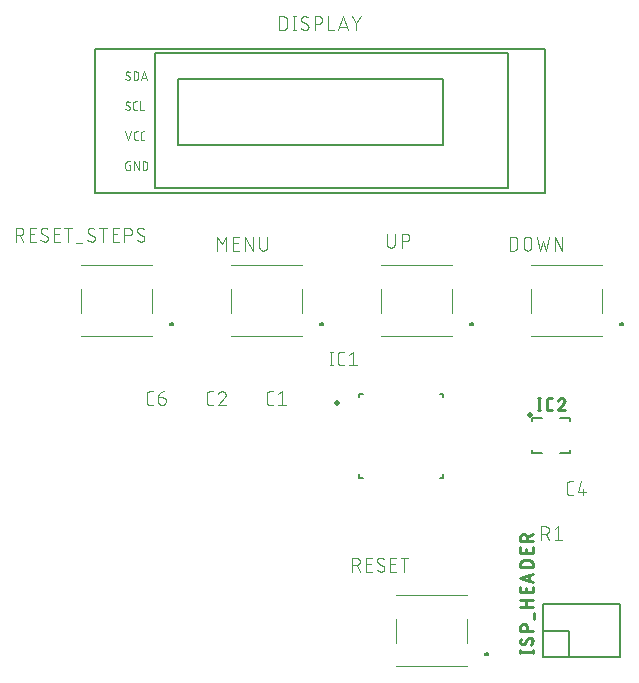
<source format=gto>
G04 EAGLE Gerber RS-274X export*
G75*
%MOMM*%
%FSLAX34Y34*%
%LPD*%
%INSilkscreen Top*%
%IPPOS*%
%AMOC8*
5,1,8,0,0,1.08239X$1,22.5*%
G01*
%ADD10C,0.508000*%
%ADD11C,0.152400*%
%ADD12C,0.101600*%
%ADD13C,0.127000*%
%ADD14C,0.254000*%
%ADD15C,0.100000*%
%ADD16C,0.200000*%
%ADD17C,0.200000*%
%ADD18C,0.203200*%
%ADD19C,0.228600*%
%ADD20C,0.050800*%


D10*
X289010Y269300D03*
D11*
X307400Y273800D02*
X307400Y276800D01*
X310400Y276800D01*
X375400Y276800D02*
X378400Y276800D01*
X378400Y273800D01*
X378400Y205800D02*
X375400Y205800D01*
X378400Y205800D02*
X378400Y208800D01*
X307400Y208800D02*
X307400Y205800D01*
X310400Y205800D01*
D12*
X283725Y300765D02*
X283725Y312449D01*
X282427Y300765D02*
X285023Y300765D01*
X285023Y312449D02*
X282427Y312449D01*
X292187Y300765D02*
X294783Y300765D01*
X292187Y300766D02*
X292088Y300768D01*
X291988Y300774D01*
X291889Y300783D01*
X291791Y300796D01*
X291693Y300813D01*
X291595Y300834D01*
X291499Y300859D01*
X291404Y300887D01*
X291310Y300919D01*
X291217Y300954D01*
X291125Y300993D01*
X291035Y301036D01*
X290947Y301081D01*
X290860Y301131D01*
X290776Y301183D01*
X290693Y301239D01*
X290613Y301297D01*
X290535Y301359D01*
X290460Y301424D01*
X290387Y301492D01*
X290317Y301562D01*
X290249Y301635D01*
X290184Y301710D01*
X290122Y301788D01*
X290064Y301868D01*
X290008Y301951D01*
X289956Y302035D01*
X289906Y302122D01*
X289861Y302210D01*
X289818Y302300D01*
X289779Y302392D01*
X289744Y302485D01*
X289712Y302579D01*
X289684Y302674D01*
X289659Y302770D01*
X289638Y302868D01*
X289621Y302966D01*
X289608Y303064D01*
X289599Y303163D01*
X289593Y303263D01*
X289591Y303362D01*
X289590Y303362D02*
X289590Y309853D01*
X289591Y309853D02*
X289593Y309952D01*
X289599Y310052D01*
X289608Y310151D01*
X289621Y310249D01*
X289638Y310347D01*
X289659Y310445D01*
X289684Y310541D01*
X289712Y310636D01*
X289744Y310730D01*
X289779Y310823D01*
X289818Y310915D01*
X289861Y311005D01*
X289906Y311093D01*
X289956Y311180D01*
X290008Y311264D01*
X290064Y311347D01*
X290122Y311427D01*
X290184Y311505D01*
X290249Y311580D01*
X290317Y311653D01*
X290387Y311723D01*
X290460Y311791D01*
X290535Y311856D01*
X290613Y311918D01*
X290693Y311976D01*
X290776Y312032D01*
X290860Y312084D01*
X290947Y312134D01*
X291035Y312179D01*
X291125Y312222D01*
X291217Y312261D01*
X291309Y312296D01*
X291404Y312328D01*
X291499Y312356D01*
X291595Y312381D01*
X291693Y312402D01*
X291791Y312419D01*
X291889Y312432D01*
X291988Y312441D01*
X292088Y312447D01*
X292187Y312449D01*
X294783Y312449D01*
X299148Y309853D02*
X302394Y312449D01*
X302394Y300765D01*
X299148Y300765D02*
X305640Y300765D01*
D13*
X453900Y226300D02*
X462400Y226300D01*
X453900Y226300D02*
X453900Y228800D01*
X477400Y226300D02*
X485900Y226300D01*
X485900Y228800D01*
X485900Y256300D02*
X477400Y256300D01*
X485900Y256300D02*
X485900Y253800D01*
X462400Y256300D02*
X453900Y256300D01*
X453900Y253800D01*
D10*
X452120Y259080D03*
D14*
X459719Y262890D02*
X459719Y273050D01*
X458590Y262890D02*
X460848Y262890D01*
X460848Y273050D02*
X458590Y273050D01*
X468240Y262890D02*
X470498Y262890D01*
X468240Y262890D02*
X468147Y262892D01*
X468054Y262898D01*
X467961Y262907D01*
X467868Y262921D01*
X467777Y262938D01*
X467686Y262959D01*
X467596Y262984D01*
X467507Y263012D01*
X467419Y263044D01*
X467333Y263080D01*
X467248Y263119D01*
X467165Y263162D01*
X467084Y263208D01*
X467005Y263258D01*
X466928Y263310D01*
X466853Y263366D01*
X466781Y263425D01*
X466711Y263487D01*
X466643Y263551D01*
X466579Y263619D01*
X466517Y263689D01*
X466458Y263761D01*
X466402Y263836D01*
X466350Y263913D01*
X466300Y263992D01*
X466254Y264073D01*
X466211Y264156D01*
X466172Y264241D01*
X466136Y264327D01*
X466104Y264415D01*
X466076Y264504D01*
X466051Y264594D01*
X466030Y264685D01*
X466013Y264776D01*
X465999Y264869D01*
X465990Y264962D01*
X465984Y265055D01*
X465982Y265148D01*
X465983Y265148D02*
X465983Y270792D01*
X465982Y270792D02*
X465984Y270885D01*
X465990Y270978D01*
X465999Y271071D01*
X466013Y271164D01*
X466030Y271255D01*
X466051Y271346D01*
X466076Y271436D01*
X466104Y271525D01*
X466136Y271613D01*
X466172Y271699D01*
X466211Y271784D01*
X466254Y271867D01*
X466300Y271948D01*
X466350Y272027D01*
X466402Y272104D01*
X466458Y272179D01*
X466517Y272251D01*
X466579Y272321D01*
X466643Y272389D01*
X466711Y272453D01*
X466781Y272515D01*
X466853Y272574D01*
X466928Y272630D01*
X467005Y272682D01*
X467084Y272732D01*
X467165Y272778D01*
X467248Y272821D01*
X467333Y272860D01*
X467419Y272896D01*
X467507Y272928D01*
X467596Y272956D01*
X467686Y272981D01*
X467777Y273002D01*
X467868Y273019D01*
X467961Y273033D01*
X468054Y273042D01*
X468147Y273048D01*
X468240Y273050D01*
X470498Y273050D01*
X478670Y273050D02*
X478770Y273048D01*
X478869Y273042D01*
X478969Y273032D01*
X479067Y273019D01*
X479166Y273001D01*
X479263Y272980D01*
X479359Y272955D01*
X479455Y272926D01*
X479549Y272893D01*
X479642Y272857D01*
X479733Y272817D01*
X479823Y272773D01*
X479911Y272726D01*
X479997Y272676D01*
X480081Y272622D01*
X480163Y272565D01*
X480242Y272505D01*
X480320Y272441D01*
X480394Y272375D01*
X480466Y272306D01*
X480535Y272234D01*
X480601Y272160D01*
X480665Y272082D01*
X480725Y272003D01*
X480782Y271921D01*
X480836Y271837D01*
X480886Y271751D01*
X480933Y271663D01*
X480977Y271573D01*
X481017Y271482D01*
X481053Y271389D01*
X481086Y271295D01*
X481115Y271199D01*
X481140Y271103D01*
X481161Y271006D01*
X481179Y270907D01*
X481192Y270809D01*
X481202Y270709D01*
X481208Y270610D01*
X481210Y270510D01*
X478670Y273050D02*
X478559Y273048D01*
X478448Y273042D01*
X478338Y273033D01*
X478228Y273020D01*
X478118Y273003D01*
X478009Y272982D01*
X477901Y272958D01*
X477794Y272930D01*
X477687Y272899D01*
X477582Y272863D01*
X477478Y272825D01*
X477376Y272782D01*
X477275Y272737D01*
X477175Y272687D01*
X477078Y272635D01*
X476982Y272579D01*
X476888Y272520D01*
X476796Y272458D01*
X476706Y272393D01*
X476619Y272325D01*
X476534Y272253D01*
X476451Y272179D01*
X476371Y272103D01*
X476294Y272023D01*
X476219Y271941D01*
X476147Y271857D01*
X476078Y271770D01*
X476013Y271681D01*
X475950Y271589D01*
X475890Y271496D01*
X475834Y271400D01*
X475780Y271303D01*
X475731Y271204D01*
X475684Y271103D01*
X475641Y271001D01*
X475602Y270897D01*
X475566Y270792D01*
X480363Y268535D02*
X480435Y268605D01*
X480504Y268678D01*
X480570Y268754D01*
X480633Y268832D01*
X480693Y268912D01*
X480750Y268995D01*
X480805Y269079D01*
X480856Y269166D01*
X480904Y269254D01*
X480948Y269344D01*
X480989Y269435D01*
X481027Y269528D01*
X481062Y269623D01*
X481093Y269718D01*
X481120Y269815D01*
X481144Y269912D01*
X481164Y270011D01*
X481180Y270110D01*
X481193Y270209D01*
X481203Y270309D01*
X481208Y270410D01*
X481210Y270510D01*
X480363Y268534D02*
X475566Y262890D01*
X481210Y262890D01*
D12*
X234301Y267208D02*
X231704Y267208D01*
X231605Y267210D01*
X231505Y267216D01*
X231406Y267225D01*
X231308Y267238D01*
X231210Y267255D01*
X231112Y267276D01*
X231016Y267301D01*
X230921Y267329D01*
X230827Y267361D01*
X230734Y267396D01*
X230642Y267435D01*
X230552Y267478D01*
X230464Y267523D01*
X230377Y267573D01*
X230293Y267625D01*
X230210Y267681D01*
X230130Y267739D01*
X230052Y267801D01*
X229977Y267866D01*
X229904Y267934D01*
X229834Y268004D01*
X229766Y268077D01*
X229701Y268152D01*
X229639Y268230D01*
X229581Y268310D01*
X229525Y268393D01*
X229473Y268477D01*
X229423Y268564D01*
X229378Y268652D01*
X229335Y268742D01*
X229296Y268834D01*
X229261Y268927D01*
X229229Y269021D01*
X229201Y269116D01*
X229176Y269212D01*
X229155Y269310D01*
X229138Y269408D01*
X229125Y269506D01*
X229116Y269605D01*
X229110Y269705D01*
X229108Y269804D01*
X229108Y276296D01*
X229110Y276395D01*
X229116Y276495D01*
X229125Y276594D01*
X229138Y276692D01*
X229155Y276790D01*
X229176Y276888D01*
X229201Y276984D01*
X229229Y277079D01*
X229261Y277173D01*
X229296Y277266D01*
X229335Y277358D01*
X229378Y277448D01*
X229423Y277536D01*
X229473Y277623D01*
X229525Y277707D01*
X229581Y277790D01*
X229639Y277870D01*
X229701Y277948D01*
X229766Y278023D01*
X229834Y278096D01*
X229904Y278166D01*
X229977Y278234D01*
X230052Y278299D01*
X230130Y278361D01*
X230210Y278419D01*
X230293Y278475D01*
X230377Y278527D01*
X230464Y278577D01*
X230552Y278622D01*
X230642Y278665D01*
X230734Y278704D01*
X230826Y278739D01*
X230921Y278771D01*
X231016Y278799D01*
X231112Y278824D01*
X231210Y278845D01*
X231308Y278862D01*
X231406Y278875D01*
X231505Y278884D01*
X231605Y278890D01*
X231704Y278892D01*
X234301Y278892D01*
X238666Y276296D02*
X241912Y278892D01*
X241912Y267208D01*
X245157Y267208D02*
X238666Y267208D01*
X183501Y267208D02*
X180904Y267208D01*
X180805Y267210D01*
X180705Y267216D01*
X180606Y267225D01*
X180508Y267238D01*
X180410Y267255D01*
X180312Y267276D01*
X180216Y267301D01*
X180121Y267329D01*
X180027Y267361D01*
X179934Y267396D01*
X179842Y267435D01*
X179752Y267478D01*
X179664Y267523D01*
X179577Y267573D01*
X179493Y267625D01*
X179410Y267681D01*
X179330Y267739D01*
X179252Y267801D01*
X179177Y267866D01*
X179104Y267934D01*
X179034Y268004D01*
X178966Y268077D01*
X178901Y268152D01*
X178839Y268230D01*
X178781Y268310D01*
X178725Y268393D01*
X178673Y268477D01*
X178623Y268564D01*
X178578Y268652D01*
X178535Y268742D01*
X178496Y268834D01*
X178461Y268927D01*
X178429Y269021D01*
X178401Y269116D01*
X178376Y269212D01*
X178355Y269310D01*
X178338Y269408D01*
X178325Y269506D01*
X178316Y269605D01*
X178310Y269705D01*
X178308Y269804D01*
X178308Y276296D01*
X178310Y276395D01*
X178316Y276495D01*
X178325Y276594D01*
X178338Y276692D01*
X178355Y276790D01*
X178376Y276888D01*
X178401Y276984D01*
X178429Y277079D01*
X178461Y277173D01*
X178496Y277266D01*
X178535Y277358D01*
X178578Y277448D01*
X178623Y277536D01*
X178673Y277623D01*
X178725Y277707D01*
X178781Y277790D01*
X178839Y277870D01*
X178901Y277948D01*
X178966Y278023D01*
X179034Y278096D01*
X179104Y278166D01*
X179177Y278234D01*
X179252Y278299D01*
X179330Y278361D01*
X179410Y278419D01*
X179493Y278475D01*
X179577Y278527D01*
X179664Y278577D01*
X179752Y278622D01*
X179842Y278665D01*
X179934Y278704D01*
X180026Y278739D01*
X180121Y278771D01*
X180216Y278799D01*
X180312Y278824D01*
X180410Y278845D01*
X180508Y278862D01*
X180606Y278875D01*
X180705Y278884D01*
X180805Y278890D01*
X180904Y278892D01*
X183501Y278892D01*
X191436Y278892D02*
X191543Y278890D01*
X191649Y278884D01*
X191755Y278874D01*
X191861Y278861D01*
X191967Y278843D01*
X192071Y278822D01*
X192175Y278797D01*
X192278Y278768D01*
X192379Y278736D01*
X192479Y278699D01*
X192578Y278659D01*
X192676Y278616D01*
X192772Y278569D01*
X192866Y278518D01*
X192958Y278464D01*
X193048Y278407D01*
X193136Y278347D01*
X193221Y278283D01*
X193304Y278216D01*
X193385Y278146D01*
X193463Y278074D01*
X193539Y277998D01*
X193611Y277920D01*
X193681Y277839D01*
X193748Y277756D01*
X193812Y277671D01*
X193872Y277583D01*
X193929Y277493D01*
X193983Y277401D01*
X194034Y277307D01*
X194081Y277211D01*
X194124Y277113D01*
X194164Y277014D01*
X194201Y276914D01*
X194233Y276813D01*
X194262Y276710D01*
X194287Y276606D01*
X194308Y276502D01*
X194326Y276396D01*
X194339Y276290D01*
X194349Y276184D01*
X194355Y276078D01*
X194357Y275971D01*
X191436Y278892D02*
X191315Y278890D01*
X191194Y278884D01*
X191074Y278874D01*
X190953Y278861D01*
X190834Y278843D01*
X190714Y278822D01*
X190596Y278797D01*
X190479Y278768D01*
X190362Y278735D01*
X190247Y278699D01*
X190133Y278658D01*
X190020Y278615D01*
X189908Y278567D01*
X189799Y278516D01*
X189691Y278461D01*
X189584Y278403D01*
X189480Y278342D01*
X189378Y278277D01*
X189278Y278209D01*
X189180Y278138D01*
X189084Y278064D01*
X188991Y277987D01*
X188901Y277906D01*
X188813Y277823D01*
X188728Y277737D01*
X188645Y277648D01*
X188566Y277557D01*
X188489Y277463D01*
X188416Y277367D01*
X188346Y277269D01*
X188279Y277168D01*
X188215Y277065D01*
X188155Y276960D01*
X188098Y276853D01*
X188044Y276745D01*
X187994Y276635D01*
X187948Y276523D01*
X187905Y276410D01*
X187866Y276295D01*
X193384Y273699D02*
X193463Y273776D01*
X193539Y273857D01*
X193612Y273940D01*
X193682Y274025D01*
X193749Y274113D01*
X193813Y274203D01*
X193873Y274295D01*
X193930Y274390D01*
X193984Y274486D01*
X194035Y274584D01*
X194082Y274684D01*
X194126Y274786D01*
X194166Y274889D01*
X194202Y274993D01*
X194234Y275099D01*
X194263Y275205D01*
X194288Y275313D01*
X194310Y275421D01*
X194327Y275531D01*
X194341Y275640D01*
X194350Y275750D01*
X194356Y275861D01*
X194358Y275971D01*
X193384Y273699D02*
X187866Y267208D01*
X194357Y267208D01*
X485704Y191008D02*
X488301Y191008D01*
X485704Y191008D02*
X485605Y191010D01*
X485505Y191016D01*
X485406Y191025D01*
X485308Y191038D01*
X485210Y191055D01*
X485112Y191076D01*
X485016Y191101D01*
X484921Y191129D01*
X484827Y191161D01*
X484734Y191196D01*
X484642Y191235D01*
X484552Y191278D01*
X484464Y191323D01*
X484377Y191373D01*
X484293Y191425D01*
X484210Y191481D01*
X484130Y191539D01*
X484052Y191601D01*
X483977Y191666D01*
X483904Y191734D01*
X483834Y191804D01*
X483766Y191877D01*
X483701Y191952D01*
X483639Y192030D01*
X483581Y192110D01*
X483525Y192193D01*
X483473Y192277D01*
X483423Y192364D01*
X483378Y192452D01*
X483335Y192542D01*
X483296Y192634D01*
X483261Y192727D01*
X483229Y192821D01*
X483201Y192916D01*
X483176Y193012D01*
X483155Y193110D01*
X483138Y193208D01*
X483125Y193306D01*
X483116Y193405D01*
X483110Y193505D01*
X483108Y193604D01*
X483108Y200096D01*
X483110Y200195D01*
X483116Y200295D01*
X483125Y200394D01*
X483138Y200492D01*
X483155Y200590D01*
X483176Y200688D01*
X483201Y200784D01*
X483229Y200879D01*
X483261Y200973D01*
X483296Y201066D01*
X483335Y201158D01*
X483378Y201248D01*
X483423Y201336D01*
X483473Y201423D01*
X483525Y201507D01*
X483581Y201590D01*
X483639Y201670D01*
X483701Y201748D01*
X483766Y201823D01*
X483834Y201896D01*
X483904Y201966D01*
X483977Y202034D01*
X484052Y202099D01*
X484130Y202161D01*
X484210Y202219D01*
X484293Y202275D01*
X484377Y202327D01*
X484464Y202377D01*
X484552Y202422D01*
X484642Y202465D01*
X484734Y202504D01*
X484826Y202539D01*
X484921Y202571D01*
X485016Y202599D01*
X485112Y202624D01*
X485210Y202645D01*
X485308Y202662D01*
X485406Y202675D01*
X485505Y202684D01*
X485605Y202690D01*
X485704Y202692D01*
X488301Y202692D01*
X495263Y202692D02*
X492666Y193604D01*
X499157Y193604D01*
X497210Y196201D02*
X497210Y191008D01*
X132701Y267208D02*
X130104Y267208D01*
X130005Y267210D01*
X129905Y267216D01*
X129806Y267225D01*
X129708Y267238D01*
X129610Y267255D01*
X129512Y267276D01*
X129416Y267301D01*
X129321Y267329D01*
X129227Y267361D01*
X129134Y267396D01*
X129042Y267435D01*
X128952Y267478D01*
X128864Y267523D01*
X128777Y267573D01*
X128693Y267625D01*
X128610Y267681D01*
X128530Y267739D01*
X128452Y267801D01*
X128377Y267866D01*
X128304Y267934D01*
X128234Y268004D01*
X128166Y268077D01*
X128101Y268152D01*
X128039Y268230D01*
X127981Y268310D01*
X127925Y268393D01*
X127873Y268477D01*
X127823Y268564D01*
X127778Y268652D01*
X127735Y268742D01*
X127696Y268834D01*
X127661Y268927D01*
X127629Y269021D01*
X127601Y269116D01*
X127576Y269212D01*
X127555Y269310D01*
X127538Y269408D01*
X127525Y269506D01*
X127516Y269605D01*
X127510Y269705D01*
X127508Y269804D01*
X127508Y276296D01*
X127510Y276395D01*
X127516Y276495D01*
X127525Y276594D01*
X127538Y276692D01*
X127555Y276790D01*
X127576Y276888D01*
X127601Y276984D01*
X127629Y277079D01*
X127661Y277173D01*
X127696Y277266D01*
X127735Y277358D01*
X127778Y277448D01*
X127823Y277536D01*
X127873Y277623D01*
X127925Y277707D01*
X127981Y277790D01*
X128039Y277870D01*
X128101Y277948D01*
X128166Y278023D01*
X128234Y278096D01*
X128304Y278166D01*
X128377Y278234D01*
X128452Y278299D01*
X128530Y278361D01*
X128610Y278419D01*
X128693Y278475D01*
X128777Y278527D01*
X128864Y278577D01*
X128952Y278622D01*
X129042Y278665D01*
X129134Y278704D01*
X129226Y278739D01*
X129321Y278771D01*
X129416Y278799D01*
X129512Y278824D01*
X129610Y278845D01*
X129708Y278862D01*
X129806Y278875D01*
X129905Y278884D01*
X130005Y278890D01*
X130104Y278892D01*
X132701Y278892D01*
X137066Y273699D02*
X140961Y273699D01*
X141060Y273697D01*
X141160Y273691D01*
X141259Y273682D01*
X141357Y273669D01*
X141455Y273652D01*
X141553Y273631D01*
X141649Y273606D01*
X141744Y273578D01*
X141838Y273546D01*
X141931Y273511D01*
X142023Y273472D01*
X142113Y273429D01*
X142201Y273384D01*
X142288Y273334D01*
X142372Y273282D01*
X142455Y273226D01*
X142535Y273168D01*
X142613Y273106D01*
X142688Y273041D01*
X142761Y272973D01*
X142831Y272903D01*
X142899Y272830D01*
X142964Y272755D01*
X143026Y272677D01*
X143084Y272597D01*
X143140Y272514D01*
X143192Y272430D01*
X143242Y272343D01*
X143287Y272255D01*
X143330Y272165D01*
X143369Y272073D01*
X143404Y271980D01*
X143436Y271886D01*
X143464Y271791D01*
X143489Y271695D01*
X143510Y271597D01*
X143527Y271499D01*
X143540Y271401D01*
X143549Y271302D01*
X143555Y271202D01*
X143557Y271103D01*
X143557Y270454D01*
X143558Y270454D02*
X143556Y270341D01*
X143550Y270228D01*
X143540Y270115D01*
X143526Y270002D01*
X143509Y269890D01*
X143487Y269779D01*
X143462Y269669D01*
X143432Y269559D01*
X143399Y269451D01*
X143362Y269344D01*
X143322Y269238D01*
X143277Y269134D01*
X143229Y269031D01*
X143178Y268930D01*
X143123Y268831D01*
X143065Y268734D01*
X143003Y268639D01*
X142938Y268546D01*
X142870Y268456D01*
X142799Y268368D01*
X142724Y268282D01*
X142647Y268199D01*
X142567Y268119D01*
X142484Y268042D01*
X142398Y267967D01*
X142310Y267896D01*
X142220Y267828D01*
X142127Y267763D01*
X142032Y267701D01*
X141935Y267643D01*
X141836Y267588D01*
X141735Y267537D01*
X141632Y267489D01*
X141528Y267444D01*
X141422Y267404D01*
X141315Y267367D01*
X141207Y267334D01*
X141097Y267304D01*
X140987Y267279D01*
X140876Y267257D01*
X140764Y267240D01*
X140651Y267226D01*
X140538Y267216D01*
X140425Y267210D01*
X140312Y267208D01*
X140199Y267210D01*
X140086Y267216D01*
X139973Y267226D01*
X139860Y267240D01*
X139748Y267257D01*
X139637Y267279D01*
X139527Y267304D01*
X139417Y267334D01*
X139309Y267367D01*
X139202Y267404D01*
X139096Y267444D01*
X138992Y267489D01*
X138889Y267537D01*
X138788Y267588D01*
X138689Y267643D01*
X138592Y267701D01*
X138497Y267763D01*
X138404Y267828D01*
X138314Y267896D01*
X138226Y267967D01*
X138140Y268042D01*
X138057Y268119D01*
X137977Y268199D01*
X137900Y268282D01*
X137825Y268368D01*
X137754Y268456D01*
X137686Y268546D01*
X137621Y268639D01*
X137559Y268734D01*
X137501Y268831D01*
X137446Y268930D01*
X137395Y269031D01*
X137347Y269134D01*
X137302Y269238D01*
X137262Y269344D01*
X137225Y269451D01*
X137192Y269559D01*
X137162Y269669D01*
X137137Y269779D01*
X137115Y269890D01*
X137098Y270002D01*
X137084Y270115D01*
X137074Y270228D01*
X137068Y270341D01*
X137066Y270454D01*
X137066Y273699D01*
X137068Y273842D01*
X137074Y273985D01*
X137084Y274128D01*
X137098Y274270D01*
X137115Y274412D01*
X137137Y274554D01*
X137162Y274695D01*
X137192Y274835D01*
X137225Y274974D01*
X137262Y275112D01*
X137303Y275249D01*
X137347Y275385D01*
X137396Y275520D01*
X137448Y275653D01*
X137503Y275785D01*
X137563Y275915D01*
X137626Y276044D01*
X137692Y276171D01*
X137762Y276295D01*
X137835Y276418D01*
X137912Y276539D01*
X137992Y276658D01*
X138075Y276774D01*
X138161Y276889D01*
X138250Y277000D01*
X138343Y277110D01*
X138438Y277216D01*
X138537Y277320D01*
X138638Y277421D01*
X138742Y277520D01*
X138848Y277615D01*
X138958Y277708D01*
X139069Y277797D01*
X139184Y277883D01*
X139300Y277966D01*
X139419Y278046D01*
X139540Y278123D01*
X139662Y278196D01*
X139787Y278266D01*
X139914Y278332D01*
X140043Y278395D01*
X140173Y278455D01*
X140305Y278510D01*
X140438Y278562D01*
X140573Y278611D01*
X140709Y278655D01*
X140846Y278696D01*
X140984Y278733D01*
X141123Y278766D01*
X141263Y278796D01*
X141404Y278821D01*
X141546Y278843D01*
X141688Y278860D01*
X141830Y278874D01*
X141973Y278884D01*
X142116Y278890D01*
X142259Y278892D01*
D15*
X452600Y385600D02*
X512600Y385600D01*
X512600Y325600D02*
X452600Y325600D01*
X452600Y345600D02*
X452600Y365600D01*
X512600Y365600D02*
X512600Y345600D01*
D16*
X528600Y335600D03*
D17*
X528602Y335538D01*
X528608Y335477D01*
X528617Y335416D01*
X528630Y335356D01*
X528647Y335297D01*
X528668Y335239D01*
X528692Y335182D01*
X528719Y335127D01*
X528750Y335074D01*
X528784Y335022D01*
X528821Y334973D01*
X528861Y334926D01*
X528904Y334882D01*
X528949Y334841D01*
X528997Y334802D01*
X529048Y334766D01*
X529100Y334734D01*
X529154Y334705D01*
X529210Y334679D01*
X529268Y334657D01*
X529326Y334638D01*
X529386Y334623D01*
X529447Y334612D01*
X529508Y334604D01*
X529569Y334600D01*
X529631Y334600D01*
X529692Y334604D01*
X529753Y334612D01*
X529814Y334623D01*
X529874Y334638D01*
X529932Y334657D01*
X529990Y334679D01*
X530046Y334705D01*
X530100Y334734D01*
X530152Y334766D01*
X530203Y334802D01*
X530251Y334841D01*
X530296Y334882D01*
X530339Y334926D01*
X530379Y334973D01*
X530416Y335022D01*
X530450Y335074D01*
X530481Y335127D01*
X530508Y335182D01*
X530532Y335239D01*
X530553Y335297D01*
X530570Y335356D01*
X530583Y335416D01*
X530592Y335477D01*
X530598Y335538D01*
X530600Y335600D01*
D16*
X530600Y335600D03*
D17*
X530598Y335662D01*
X530592Y335723D01*
X530583Y335784D01*
X530570Y335844D01*
X530553Y335903D01*
X530532Y335961D01*
X530508Y336018D01*
X530481Y336073D01*
X530450Y336126D01*
X530416Y336178D01*
X530379Y336227D01*
X530339Y336274D01*
X530296Y336318D01*
X530251Y336359D01*
X530203Y336398D01*
X530152Y336434D01*
X530100Y336466D01*
X530046Y336495D01*
X529990Y336521D01*
X529932Y336543D01*
X529874Y336562D01*
X529814Y336577D01*
X529753Y336588D01*
X529692Y336596D01*
X529631Y336600D01*
X529569Y336600D01*
X529508Y336596D01*
X529447Y336588D01*
X529386Y336577D01*
X529326Y336562D01*
X529268Y336543D01*
X529210Y336521D01*
X529154Y336495D01*
X529100Y336466D01*
X529048Y336434D01*
X528997Y336398D01*
X528949Y336359D01*
X528904Y336318D01*
X528861Y336274D01*
X528821Y336227D01*
X528784Y336178D01*
X528750Y336126D01*
X528719Y336073D01*
X528692Y336018D01*
X528668Y335961D01*
X528647Y335903D01*
X528630Y335844D01*
X528617Y335784D01*
X528608Y335723D01*
X528602Y335662D01*
X528600Y335600D01*
D12*
X434905Y398018D02*
X434905Y409702D01*
X438150Y409702D01*
X438263Y409700D01*
X438376Y409694D01*
X438489Y409684D01*
X438602Y409670D01*
X438714Y409653D01*
X438825Y409631D01*
X438935Y409606D01*
X439045Y409576D01*
X439153Y409543D01*
X439260Y409506D01*
X439366Y409466D01*
X439470Y409421D01*
X439573Y409373D01*
X439674Y409322D01*
X439773Y409267D01*
X439870Y409209D01*
X439965Y409147D01*
X440058Y409082D01*
X440148Y409014D01*
X440236Y408943D01*
X440322Y408868D01*
X440405Y408791D01*
X440485Y408711D01*
X440562Y408628D01*
X440637Y408542D01*
X440708Y408454D01*
X440776Y408364D01*
X440841Y408271D01*
X440903Y408176D01*
X440961Y408079D01*
X441016Y407980D01*
X441067Y407879D01*
X441115Y407776D01*
X441160Y407672D01*
X441200Y407566D01*
X441237Y407459D01*
X441270Y407351D01*
X441300Y407241D01*
X441325Y407131D01*
X441347Y407020D01*
X441364Y406908D01*
X441378Y406795D01*
X441388Y406682D01*
X441394Y406569D01*
X441396Y406456D01*
X441396Y401264D01*
X441394Y401151D01*
X441388Y401038D01*
X441378Y400925D01*
X441364Y400812D01*
X441347Y400700D01*
X441325Y400589D01*
X441300Y400479D01*
X441270Y400369D01*
X441237Y400261D01*
X441200Y400154D01*
X441160Y400048D01*
X441115Y399944D01*
X441067Y399841D01*
X441016Y399740D01*
X440961Y399641D01*
X440903Y399544D01*
X440841Y399449D01*
X440776Y399356D01*
X440708Y399266D01*
X440637Y399178D01*
X440562Y399092D01*
X440485Y399009D01*
X440405Y398929D01*
X440322Y398852D01*
X440236Y398777D01*
X440148Y398706D01*
X440058Y398638D01*
X439965Y398573D01*
X439870Y398511D01*
X439773Y398453D01*
X439674Y398398D01*
X439573Y398347D01*
X439470Y398299D01*
X439366Y398254D01*
X439260Y398214D01*
X439153Y398177D01*
X439045Y398144D01*
X438935Y398114D01*
X438825Y398089D01*
X438714Y398067D01*
X438602Y398050D01*
X438489Y398036D01*
X438376Y398026D01*
X438263Y398020D01*
X438150Y398018D01*
X434905Y398018D01*
X446715Y401264D02*
X446715Y406456D01*
X446717Y406569D01*
X446723Y406682D01*
X446733Y406795D01*
X446747Y406908D01*
X446764Y407020D01*
X446786Y407131D01*
X446811Y407241D01*
X446841Y407351D01*
X446874Y407459D01*
X446911Y407566D01*
X446951Y407672D01*
X446996Y407776D01*
X447044Y407879D01*
X447095Y407980D01*
X447150Y408079D01*
X447208Y408176D01*
X447270Y408271D01*
X447335Y408364D01*
X447403Y408454D01*
X447474Y408542D01*
X447549Y408628D01*
X447626Y408711D01*
X447706Y408791D01*
X447789Y408868D01*
X447875Y408943D01*
X447963Y409014D01*
X448053Y409082D01*
X448146Y409147D01*
X448241Y409209D01*
X448338Y409267D01*
X448437Y409322D01*
X448538Y409373D01*
X448641Y409421D01*
X448745Y409466D01*
X448851Y409506D01*
X448958Y409543D01*
X449066Y409576D01*
X449176Y409606D01*
X449286Y409631D01*
X449397Y409653D01*
X449509Y409670D01*
X449622Y409684D01*
X449735Y409694D01*
X449848Y409700D01*
X449961Y409702D01*
X450074Y409700D01*
X450187Y409694D01*
X450300Y409684D01*
X450413Y409670D01*
X450525Y409653D01*
X450636Y409631D01*
X450746Y409606D01*
X450856Y409576D01*
X450964Y409543D01*
X451071Y409506D01*
X451177Y409466D01*
X451281Y409421D01*
X451384Y409373D01*
X451485Y409322D01*
X451584Y409267D01*
X451681Y409209D01*
X451776Y409147D01*
X451869Y409082D01*
X451959Y409014D01*
X452047Y408943D01*
X452133Y408868D01*
X452216Y408791D01*
X452296Y408711D01*
X452373Y408628D01*
X452448Y408542D01*
X452519Y408454D01*
X452587Y408364D01*
X452652Y408271D01*
X452714Y408176D01*
X452772Y408079D01*
X452827Y407980D01*
X452878Y407879D01*
X452926Y407776D01*
X452971Y407672D01*
X453011Y407566D01*
X453048Y407459D01*
X453081Y407351D01*
X453111Y407241D01*
X453136Y407131D01*
X453158Y407020D01*
X453175Y406908D01*
X453189Y406795D01*
X453199Y406682D01*
X453205Y406569D01*
X453207Y406456D01*
X453207Y401264D01*
X453205Y401151D01*
X453199Y401038D01*
X453189Y400925D01*
X453175Y400812D01*
X453158Y400700D01*
X453136Y400589D01*
X453111Y400479D01*
X453081Y400369D01*
X453048Y400261D01*
X453011Y400154D01*
X452971Y400048D01*
X452926Y399944D01*
X452878Y399841D01*
X452827Y399740D01*
X452772Y399641D01*
X452714Y399544D01*
X452652Y399449D01*
X452587Y399356D01*
X452519Y399266D01*
X452448Y399178D01*
X452373Y399092D01*
X452296Y399009D01*
X452216Y398929D01*
X452133Y398852D01*
X452047Y398777D01*
X451959Y398706D01*
X451869Y398638D01*
X451776Y398573D01*
X451681Y398511D01*
X451584Y398453D01*
X451485Y398398D01*
X451384Y398347D01*
X451281Y398299D01*
X451177Y398254D01*
X451071Y398214D01*
X450964Y398177D01*
X450856Y398144D01*
X450746Y398114D01*
X450636Y398089D01*
X450525Y398067D01*
X450413Y398050D01*
X450300Y398036D01*
X450187Y398026D01*
X450074Y398020D01*
X449961Y398018D01*
X449848Y398020D01*
X449735Y398026D01*
X449622Y398036D01*
X449509Y398050D01*
X449397Y398067D01*
X449286Y398089D01*
X449176Y398114D01*
X449066Y398144D01*
X448958Y398177D01*
X448851Y398214D01*
X448745Y398254D01*
X448641Y398299D01*
X448538Y398347D01*
X448437Y398398D01*
X448338Y398453D01*
X448241Y398511D01*
X448146Y398573D01*
X448053Y398638D01*
X447963Y398706D01*
X447875Y398777D01*
X447789Y398852D01*
X447706Y398929D01*
X447626Y399009D01*
X447549Y399092D01*
X447474Y399178D01*
X447403Y399266D01*
X447335Y399356D01*
X447270Y399449D01*
X447208Y399544D01*
X447150Y399641D01*
X447095Y399740D01*
X447044Y399841D01*
X446996Y399944D01*
X446951Y400048D01*
X446911Y400154D01*
X446874Y400261D01*
X446841Y400369D01*
X446811Y400479D01*
X446786Y400589D01*
X446764Y400700D01*
X446747Y400812D01*
X446733Y400925D01*
X446723Y401038D01*
X446717Y401151D01*
X446715Y401264D01*
X457722Y409702D02*
X460319Y398018D01*
X462915Y405807D01*
X465511Y398018D01*
X468108Y409702D01*
X473004Y409702D02*
X473004Y398018D01*
X479496Y398018D02*
X473004Y409702D01*
X479496Y409702D02*
X479496Y398018D01*
D18*
X527800Y98700D02*
X527800Y53700D01*
X485300Y53700D01*
X462800Y53700D01*
X462800Y76200D01*
X462800Y98700D01*
X527800Y98700D01*
X485300Y76200D02*
X462800Y76200D01*
X485300Y76200D02*
X485300Y53700D01*
D19*
X454157Y58500D02*
X443743Y58500D01*
X454157Y57343D02*
X454157Y59657D01*
X443743Y59657D02*
X443743Y57343D01*
X454157Y67842D02*
X454155Y67935D01*
X454149Y68028D01*
X454140Y68121D01*
X454127Y68213D01*
X454110Y68305D01*
X454090Y68396D01*
X454066Y68486D01*
X454038Y68575D01*
X454007Y68663D01*
X453972Y68749D01*
X453934Y68834D01*
X453892Y68917D01*
X453847Y68999D01*
X453799Y69079D01*
X453747Y69157D01*
X453693Y69232D01*
X453635Y69305D01*
X453575Y69376D01*
X453512Y69445D01*
X453446Y69511D01*
X453377Y69574D01*
X453306Y69634D01*
X453233Y69692D01*
X453158Y69746D01*
X453080Y69798D01*
X453000Y69846D01*
X452918Y69891D01*
X452835Y69933D01*
X452750Y69971D01*
X452664Y70006D01*
X452576Y70037D01*
X452487Y70065D01*
X452397Y70089D01*
X452306Y70109D01*
X452214Y70126D01*
X452122Y70139D01*
X452029Y70148D01*
X451936Y70154D01*
X451843Y70156D01*
X454157Y67842D02*
X454155Y67704D01*
X454149Y67566D01*
X454140Y67429D01*
X454126Y67292D01*
X454108Y67155D01*
X454087Y67019D01*
X454062Y66883D01*
X454033Y66748D01*
X454000Y66614D01*
X453964Y66482D01*
X453924Y66350D01*
X453880Y66219D01*
X453832Y66090D01*
X453781Y65962D01*
X453726Y65835D01*
X453668Y65710D01*
X453606Y65587D01*
X453541Y65466D01*
X453472Y65346D01*
X453400Y65229D01*
X453325Y65113D01*
X453246Y65000D01*
X453164Y64889D01*
X453079Y64780D01*
X452992Y64674D01*
X452901Y64570D01*
X452807Y64469D01*
X452711Y64371D01*
X446057Y64660D02*
X445964Y64662D01*
X445871Y64668D01*
X445778Y64677D01*
X445686Y64690D01*
X445594Y64707D01*
X445503Y64727D01*
X445413Y64751D01*
X445324Y64779D01*
X445236Y64810D01*
X445150Y64845D01*
X445065Y64883D01*
X444982Y64925D01*
X444900Y64970D01*
X444820Y65018D01*
X444742Y65070D01*
X444667Y65124D01*
X444594Y65182D01*
X444523Y65242D01*
X444454Y65305D01*
X444388Y65371D01*
X444325Y65440D01*
X444265Y65511D01*
X444207Y65584D01*
X444153Y65659D01*
X444101Y65737D01*
X444053Y65817D01*
X444008Y65899D01*
X443966Y65982D01*
X443928Y66067D01*
X443893Y66153D01*
X443862Y66241D01*
X443834Y66330D01*
X443810Y66420D01*
X443790Y66511D01*
X443773Y66603D01*
X443760Y66695D01*
X443751Y66788D01*
X443745Y66881D01*
X443743Y66974D01*
X443745Y67101D01*
X443750Y67228D01*
X443760Y67354D01*
X443773Y67481D01*
X443789Y67606D01*
X443810Y67732D01*
X443834Y67856D01*
X443861Y67980D01*
X443892Y68103D01*
X443927Y68225D01*
X443966Y68346D01*
X444008Y68466D01*
X444053Y68584D01*
X444102Y68702D01*
X444154Y68817D01*
X444210Y68931D01*
X444268Y69044D01*
X444331Y69154D01*
X444396Y69263D01*
X444465Y69370D01*
X444536Y69475D01*
X444611Y69577D01*
X448082Y65817D02*
X448032Y65737D01*
X447980Y65659D01*
X447925Y65584D01*
X447866Y65510D01*
X447805Y65439D01*
X447741Y65371D01*
X447674Y65305D01*
X447604Y65241D01*
X447533Y65181D01*
X447458Y65124D01*
X447382Y65069D01*
X447303Y65018D01*
X447223Y64970D01*
X447141Y64925D01*
X447056Y64883D01*
X446971Y64845D01*
X446884Y64810D01*
X446795Y64779D01*
X446705Y64751D01*
X446615Y64727D01*
X446523Y64707D01*
X446431Y64690D01*
X446338Y64677D01*
X446244Y64667D01*
X446151Y64662D01*
X446057Y64660D01*
X449818Y68998D02*
X449868Y69078D01*
X449920Y69156D01*
X449976Y69232D01*
X450034Y69305D01*
X450095Y69376D01*
X450159Y69444D01*
X450226Y69510D01*
X450296Y69574D01*
X450367Y69634D01*
X450442Y69691D01*
X450518Y69746D01*
X450597Y69797D01*
X450677Y69845D01*
X450759Y69890D01*
X450844Y69932D01*
X450929Y69970D01*
X451016Y70005D01*
X451105Y70036D01*
X451195Y70064D01*
X451285Y70088D01*
X451377Y70108D01*
X451469Y70125D01*
X451562Y70138D01*
X451656Y70148D01*
X451749Y70153D01*
X451843Y70155D01*
X449818Y68999D02*
X448082Y65817D01*
X443743Y76075D02*
X454157Y76075D01*
X443743Y76075D02*
X443743Y78968D01*
X443745Y79075D01*
X443751Y79182D01*
X443761Y79288D01*
X443775Y79394D01*
X443792Y79500D01*
X443814Y79604D01*
X443839Y79708D01*
X443869Y79811D01*
X443902Y79913D01*
X443938Y80013D01*
X443979Y80112D01*
X444023Y80209D01*
X444071Y80305D01*
X444122Y80399D01*
X444176Y80491D01*
X444234Y80581D01*
X444296Y80668D01*
X444360Y80754D01*
X444427Y80837D01*
X444498Y80917D01*
X444572Y80995D01*
X444648Y81070D01*
X444727Y81142D01*
X444808Y81211D01*
X444893Y81277D01*
X444979Y81340D01*
X445068Y81399D01*
X445159Y81455D01*
X445252Y81508D01*
X445346Y81558D01*
X445443Y81604D01*
X445541Y81646D01*
X445641Y81684D01*
X445742Y81719D01*
X445844Y81751D01*
X445948Y81778D01*
X446052Y81801D01*
X446157Y81821D01*
X446263Y81837D01*
X446369Y81849D01*
X446476Y81857D01*
X446583Y81861D01*
X446689Y81861D01*
X446796Y81857D01*
X446903Y81849D01*
X447009Y81837D01*
X447115Y81821D01*
X447220Y81801D01*
X447324Y81778D01*
X447428Y81751D01*
X447530Y81719D01*
X447631Y81684D01*
X447731Y81646D01*
X447829Y81604D01*
X447926Y81558D01*
X448020Y81508D01*
X448113Y81455D01*
X448204Y81399D01*
X448293Y81340D01*
X448379Y81277D01*
X448464Y81211D01*
X448545Y81142D01*
X448624Y81070D01*
X448700Y80995D01*
X448774Y80917D01*
X448845Y80837D01*
X448912Y80754D01*
X448976Y80668D01*
X449038Y80581D01*
X449096Y80491D01*
X449150Y80399D01*
X449201Y80305D01*
X449249Y80209D01*
X449293Y80112D01*
X449334Y80013D01*
X449370Y79913D01*
X449403Y79811D01*
X449433Y79708D01*
X449458Y79604D01*
X449480Y79500D01*
X449497Y79394D01*
X449511Y79288D01*
X449521Y79182D01*
X449527Y79075D01*
X449529Y78968D01*
X449529Y76075D01*
X455314Y86285D02*
X455314Y90913D01*
X454157Y96374D02*
X443743Y96374D01*
X448371Y96374D02*
X448371Y102160D01*
X443743Y102160D02*
X454157Y102160D01*
X454157Y108603D02*
X454157Y113231D01*
X454157Y108603D02*
X443743Y108603D01*
X443743Y113231D01*
X448371Y112074D02*
X448371Y108603D01*
X454157Y117513D02*
X443743Y120984D01*
X454157Y124455D01*
X451554Y123587D02*
X451554Y118380D01*
X454157Y129902D02*
X443743Y129902D01*
X443743Y132795D01*
X443745Y132901D01*
X443751Y133006D01*
X443760Y133111D01*
X443774Y133216D01*
X443791Y133320D01*
X443812Y133424D01*
X443837Y133527D01*
X443866Y133628D01*
X443898Y133729D01*
X443934Y133828D01*
X443973Y133926D01*
X444017Y134023D01*
X444063Y134118D01*
X444113Y134211D01*
X444167Y134302D01*
X444223Y134391D01*
X444283Y134478D01*
X444346Y134563D01*
X444412Y134646D01*
X444481Y134726D01*
X444553Y134803D01*
X444628Y134878D01*
X444705Y134950D01*
X444785Y135019D01*
X444868Y135085D01*
X444953Y135148D01*
X445040Y135208D01*
X445129Y135264D01*
X445220Y135318D01*
X445313Y135368D01*
X445408Y135414D01*
X445505Y135458D01*
X445603Y135497D01*
X445702Y135533D01*
X445803Y135565D01*
X445904Y135594D01*
X446007Y135619D01*
X446111Y135640D01*
X446215Y135657D01*
X446320Y135671D01*
X446425Y135680D01*
X446530Y135686D01*
X446636Y135688D01*
X451264Y135688D01*
X451370Y135686D01*
X451475Y135680D01*
X451580Y135671D01*
X451685Y135657D01*
X451789Y135640D01*
X451893Y135619D01*
X451996Y135594D01*
X452097Y135565D01*
X452198Y135533D01*
X452297Y135497D01*
X452395Y135458D01*
X452492Y135414D01*
X452587Y135368D01*
X452680Y135318D01*
X452771Y135264D01*
X452860Y135208D01*
X452947Y135148D01*
X453032Y135085D01*
X453115Y135019D01*
X453195Y134950D01*
X453272Y134878D01*
X453347Y134803D01*
X453419Y134726D01*
X453488Y134646D01*
X453554Y134563D01*
X453617Y134478D01*
X453677Y134391D01*
X453733Y134302D01*
X453787Y134211D01*
X453837Y134118D01*
X453883Y134023D01*
X453927Y133926D01*
X453966Y133828D01*
X454002Y133729D01*
X454034Y133628D01*
X454063Y133527D01*
X454088Y133424D01*
X454109Y133320D01*
X454126Y133216D01*
X454140Y133111D01*
X454149Y133006D01*
X454155Y132901D01*
X454157Y132795D01*
X454157Y129902D01*
X454157Y142131D02*
X454157Y146759D01*
X454157Y142131D02*
X443743Y142131D01*
X443743Y146759D01*
X448371Y145602D02*
X448371Y142131D01*
X443743Y152120D02*
X454157Y152120D01*
X443743Y152120D02*
X443743Y155012D01*
X443745Y155119D01*
X443751Y155226D01*
X443761Y155332D01*
X443775Y155438D01*
X443792Y155544D01*
X443814Y155648D01*
X443839Y155752D01*
X443869Y155855D01*
X443902Y155957D01*
X443938Y156057D01*
X443979Y156156D01*
X444023Y156253D01*
X444071Y156349D01*
X444122Y156443D01*
X444176Y156535D01*
X444234Y156625D01*
X444296Y156712D01*
X444360Y156798D01*
X444427Y156881D01*
X444498Y156961D01*
X444572Y157039D01*
X444648Y157114D01*
X444727Y157186D01*
X444808Y157255D01*
X444893Y157321D01*
X444979Y157384D01*
X445068Y157443D01*
X445159Y157499D01*
X445252Y157552D01*
X445346Y157602D01*
X445443Y157648D01*
X445541Y157690D01*
X445641Y157728D01*
X445742Y157763D01*
X445844Y157795D01*
X445948Y157822D01*
X446052Y157845D01*
X446157Y157865D01*
X446263Y157881D01*
X446369Y157893D01*
X446476Y157901D01*
X446583Y157905D01*
X446689Y157905D01*
X446796Y157901D01*
X446903Y157893D01*
X447009Y157881D01*
X447115Y157865D01*
X447220Y157845D01*
X447324Y157822D01*
X447428Y157795D01*
X447530Y157763D01*
X447631Y157728D01*
X447731Y157690D01*
X447829Y157648D01*
X447926Y157602D01*
X448020Y157552D01*
X448113Y157499D01*
X448204Y157443D01*
X448293Y157384D01*
X448379Y157321D01*
X448464Y157255D01*
X448545Y157186D01*
X448624Y157114D01*
X448700Y157039D01*
X448774Y156961D01*
X448845Y156881D01*
X448912Y156798D01*
X448976Y156712D01*
X449038Y156625D01*
X449096Y156535D01*
X449150Y156443D01*
X449201Y156349D01*
X449249Y156253D01*
X449293Y156156D01*
X449334Y156057D01*
X449370Y155957D01*
X449403Y155855D01*
X449433Y155752D01*
X449458Y155648D01*
X449480Y155544D01*
X449497Y155438D01*
X449511Y155332D01*
X449521Y155226D01*
X449527Y155119D01*
X449529Y155012D01*
X449529Y152120D01*
X449529Y155591D02*
X454157Y157905D01*
D15*
X258600Y385600D02*
X198600Y385600D01*
X198600Y325600D02*
X258600Y325600D01*
X198600Y345600D02*
X198600Y365600D01*
X258600Y365600D02*
X258600Y345600D01*
D16*
X274600Y335600D03*
D17*
X274602Y335538D01*
X274608Y335477D01*
X274617Y335416D01*
X274630Y335356D01*
X274647Y335297D01*
X274668Y335239D01*
X274692Y335182D01*
X274719Y335127D01*
X274750Y335074D01*
X274784Y335022D01*
X274821Y334973D01*
X274861Y334926D01*
X274904Y334882D01*
X274949Y334841D01*
X274997Y334802D01*
X275048Y334766D01*
X275100Y334734D01*
X275154Y334705D01*
X275210Y334679D01*
X275268Y334657D01*
X275326Y334638D01*
X275386Y334623D01*
X275447Y334612D01*
X275508Y334604D01*
X275569Y334600D01*
X275631Y334600D01*
X275692Y334604D01*
X275753Y334612D01*
X275814Y334623D01*
X275874Y334638D01*
X275932Y334657D01*
X275990Y334679D01*
X276046Y334705D01*
X276100Y334734D01*
X276152Y334766D01*
X276203Y334802D01*
X276251Y334841D01*
X276296Y334882D01*
X276339Y334926D01*
X276379Y334973D01*
X276416Y335022D01*
X276450Y335074D01*
X276481Y335127D01*
X276508Y335182D01*
X276532Y335239D01*
X276553Y335297D01*
X276570Y335356D01*
X276583Y335416D01*
X276592Y335477D01*
X276598Y335538D01*
X276600Y335600D01*
D16*
X276600Y335600D03*
D17*
X276598Y335662D01*
X276592Y335723D01*
X276583Y335784D01*
X276570Y335844D01*
X276553Y335903D01*
X276532Y335961D01*
X276508Y336018D01*
X276481Y336073D01*
X276450Y336126D01*
X276416Y336178D01*
X276379Y336227D01*
X276339Y336274D01*
X276296Y336318D01*
X276251Y336359D01*
X276203Y336398D01*
X276152Y336434D01*
X276100Y336466D01*
X276046Y336495D01*
X275990Y336521D01*
X275932Y336543D01*
X275874Y336562D01*
X275814Y336577D01*
X275753Y336588D01*
X275692Y336596D01*
X275631Y336600D01*
X275569Y336600D01*
X275508Y336596D01*
X275447Y336588D01*
X275386Y336577D01*
X275326Y336562D01*
X275268Y336543D01*
X275210Y336521D01*
X275154Y336495D01*
X275100Y336466D01*
X275048Y336434D01*
X274997Y336398D01*
X274949Y336359D01*
X274904Y336318D01*
X274861Y336274D01*
X274821Y336227D01*
X274784Y336178D01*
X274750Y336126D01*
X274719Y336073D01*
X274692Y336018D01*
X274668Y335961D01*
X274647Y335903D01*
X274630Y335844D01*
X274617Y335784D01*
X274608Y335723D01*
X274602Y335662D01*
X274600Y335600D01*
D12*
X187184Y398018D02*
X187184Y409702D01*
X191079Y403211D01*
X194973Y409702D01*
X194973Y398018D01*
X200810Y398018D02*
X206003Y398018D01*
X200810Y398018D02*
X200810Y409702D01*
X206003Y409702D01*
X204704Y404509D02*
X200810Y404509D01*
X210693Y409702D02*
X210693Y398018D01*
X217184Y398018D02*
X210693Y409702D01*
X217184Y409702D02*
X217184Y398018D01*
X222885Y401264D02*
X222885Y409702D01*
X222885Y401264D02*
X222887Y401151D01*
X222893Y401038D01*
X222903Y400925D01*
X222917Y400812D01*
X222934Y400700D01*
X222956Y400589D01*
X222981Y400479D01*
X223011Y400369D01*
X223044Y400261D01*
X223081Y400154D01*
X223121Y400048D01*
X223166Y399944D01*
X223214Y399841D01*
X223265Y399740D01*
X223320Y399641D01*
X223378Y399544D01*
X223440Y399449D01*
X223505Y399356D01*
X223573Y399266D01*
X223644Y399178D01*
X223719Y399092D01*
X223796Y399009D01*
X223876Y398929D01*
X223959Y398852D01*
X224045Y398777D01*
X224133Y398706D01*
X224223Y398638D01*
X224316Y398573D01*
X224411Y398511D01*
X224508Y398453D01*
X224607Y398398D01*
X224708Y398347D01*
X224811Y398299D01*
X224915Y398254D01*
X225021Y398214D01*
X225128Y398177D01*
X225236Y398144D01*
X225346Y398114D01*
X225456Y398089D01*
X225567Y398067D01*
X225679Y398050D01*
X225792Y398036D01*
X225905Y398026D01*
X226018Y398020D01*
X226131Y398018D01*
X226244Y398020D01*
X226357Y398026D01*
X226470Y398036D01*
X226583Y398050D01*
X226695Y398067D01*
X226806Y398089D01*
X226916Y398114D01*
X227026Y398144D01*
X227134Y398177D01*
X227241Y398214D01*
X227347Y398254D01*
X227451Y398299D01*
X227554Y398347D01*
X227655Y398398D01*
X227754Y398453D01*
X227851Y398511D01*
X227946Y398573D01*
X228039Y398638D01*
X228129Y398706D01*
X228217Y398777D01*
X228303Y398852D01*
X228386Y398929D01*
X228466Y399009D01*
X228543Y399092D01*
X228618Y399178D01*
X228689Y399266D01*
X228757Y399356D01*
X228822Y399449D01*
X228884Y399544D01*
X228942Y399641D01*
X228997Y399740D01*
X229048Y399841D01*
X229096Y399944D01*
X229141Y400048D01*
X229181Y400154D01*
X229218Y400261D01*
X229251Y400369D01*
X229281Y400479D01*
X229306Y400589D01*
X229328Y400700D01*
X229345Y400812D01*
X229359Y400925D01*
X229369Y401038D01*
X229375Y401151D01*
X229377Y401264D01*
X229376Y401264D02*
X229376Y409702D01*
X461518Y164592D02*
X461518Y152908D01*
X461518Y164592D02*
X464764Y164592D01*
X464877Y164590D01*
X464990Y164584D01*
X465103Y164574D01*
X465216Y164560D01*
X465328Y164543D01*
X465439Y164521D01*
X465549Y164496D01*
X465659Y164466D01*
X465767Y164433D01*
X465874Y164396D01*
X465980Y164356D01*
X466084Y164311D01*
X466187Y164263D01*
X466288Y164212D01*
X466387Y164157D01*
X466484Y164099D01*
X466579Y164037D01*
X466672Y163972D01*
X466762Y163904D01*
X466850Y163833D01*
X466936Y163758D01*
X467019Y163681D01*
X467099Y163601D01*
X467176Y163518D01*
X467251Y163432D01*
X467322Y163344D01*
X467390Y163254D01*
X467455Y163161D01*
X467517Y163066D01*
X467575Y162969D01*
X467630Y162870D01*
X467681Y162769D01*
X467729Y162666D01*
X467774Y162562D01*
X467814Y162456D01*
X467851Y162349D01*
X467884Y162241D01*
X467914Y162131D01*
X467939Y162021D01*
X467961Y161910D01*
X467978Y161798D01*
X467992Y161685D01*
X468002Y161572D01*
X468008Y161459D01*
X468010Y161346D01*
X468008Y161233D01*
X468002Y161120D01*
X467992Y161007D01*
X467978Y160894D01*
X467961Y160782D01*
X467939Y160671D01*
X467914Y160561D01*
X467884Y160451D01*
X467851Y160343D01*
X467814Y160236D01*
X467774Y160130D01*
X467729Y160026D01*
X467681Y159923D01*
X467630Y159822D01*
X467575Y159723D01*
X467517Y159626D01*
X467455Y159531D01*
X467390Y159438D01*
X467322Y159348D01*
X467251Y159260D01*
X467176Y159174D01*
X467099Y159091D01*
X467019Y159011D01*
X466936Y158934D01*
X466850Y158859D01*
X466762Y158788D01*
X466672Y158720D01*
X466579Y158655D01*
X466484Y158593D01*
X466387Y158535D01*
X466288Y158480D01*
X466187Y158429D01*
X466084Y158381D01*
X465980Y158336D01*
X465874Y158296D01*
X465767Y158259D01*
X465659Y158226D01*
X465549Y158196D01*
X465439Y158171D01*
X465328Y158149D01*
X465216Y158132D01*
X465103Y158118D01*
X464990Y158108D01*
X464877Y158102D01*
X464764Y158100D01*
X464764Y158101D02*
X461518Y158101D01*
X465413Y158101D02*
X468009Y152908D01*
X472874Y161996D02*
X476120Y164592D01*
X476120Y152908D01*
X479365Y152908D02*
X472874Y152908D01*
D15*
X131600Y385600D02*
X71600Y385600D01*
X71600Y325600D02*
X131600Y325600D01*
X71600Y345600D02*
X71600Y365600D01*
X131600Y365600D02*
X131600Y345600D01*
D16*
X147600Y335600D03*
D17*
X147602Y335538D01*
X147608Y335477D01*
X147617Y335416D01*
X147630Y335356D01*
X147647Y335297D01*
X147668Y335239D01*
X147692Y335182D01*
X147719Y335127D01*
X147750Y335074D01*
X147784Y335022D01*
X147821Y334973D01*
X147861Y334926D01*
X147904Y334882D01*
X147949Y334841D01*
X147997Y334802D01*
X148048Y334766D01*
X148100Y334734D01*
X148154Y334705D01*
X148210Y334679D01*
X148268Y334657D01*
X148326Y334638D01*
X148386Y334623D01*
X148447Y334612D01*
X148508Y334604D01*
X148569Y334600D01*
X148631Y334600D01*
X148692Y334604D01*
X148753Y334612D01*
X148814Y334623D01*
X148874Y334638D01*
X148932Y334657D01*
X148990Y334679D01*
X149046Y334705D01*
X149100Y334734D01*
X149152Y334766D01*
X149203Y334802D01*
X149251Y334841D01*
X149296Y334882D01*
X149339Y334926D01*
X149379Y334973D01*
X149416Y335022D01*
X149450Y335074D01*
X149481Y335127D01*
X149508Y335182D01*
X149532Y335239D01*
X149553Y335297D01*
X149570Y335356D01*
X149583Y335416D01*
X149592Y335477D01*
X149598Y335538D01*
X149600Y335600D01*
D16*
X149600Y335600D03*
D17*
X149598Y335662D01*
X149592Y335723D01*
X149583Y335784D01*
X149570Y335844D01*
X149553Y335903D01*
X149532Y335961D01*
X149508Y336018D01*
X149481Y336073D01*
X149450Y336126D01*
X149416Y336178D01*
X149379Y336227D01*
X149339Y336274D01*
X149296Y336318D01*
X149251Y336359D01*
X149203Y336398D01*
X149152Y336434D01*
X149100Y336466D01*
X149046Y336495D01*
X148990Y336521D01*
X148932Y336543D01*
X148874Y336562D01*
X148814Y336577D01*
X148753Y336588D01*
X148692Y336596D01*
X148631Y336600D01*
X148569Y336600D01*
X148508Y336596D01*
X148447Y336588D01*
X148386Y336577D01*
X148326Y336562D01*
X148268Y336543D01*
X148210Y336521D01*
X148154Y336495D01*
X148100Y336466D01*
X148048Y336434D01*
X147997Y336398D01*
X147949Y336359D01*
X147904Y336318D01*
X147861Y336274D01*
X147821Y336227D01*
X147784Y336178D01*
X147750Y336126D01*
X147719Y336073D01*
X147692Y336018D01*
X147668Y335961D01*
X147647Y335903D01*
X147630Y335844D01*
X147617Y335784D01*
X147608Y335723D01*
X147602Y335662D01*
X147600Y335600D01*
D12*
X16667Y405638D02*
X16667Y417322D01*
X19912Y417322D01*
X20025Y417320D01*
X20138Y417314D01*
X20251Y417304D01*
X20364Y417290D01*
X20476Y417273D01*
X20587Y417251D01*
X20697Y417226D01*
X20807Y417196D01*
X20915Y417163D01*
X21022Y417126D01*
X21128Y417086D01*
X21232Y417041D01*
X21335Y416993D01*
X21436Y416942D01*
X21535Y416887D01*
X21632Y416829D01*
X21727Y416767D01*
X21820Y416702D01*
X21910Y416634D01*
X21998Y416563D01*
X22084Y416488D01*
X22167Y416411D01*
X22247Y416331D01*
X22324Y416248D01*
X22399Y416162D01*
X22470Y416074D01*
X22538Y415984D01*
X22603Y415891D01*
X22665Y415796D01*
X22723Y415699D01*
X22778Y415600D01*
X22829Y415499D01*
X22877Y415396D01*
X22922Y415292D01*
X22962Y415186D01*
X22999Y415079D01*
X23032Y414971D01*
X23062Y414861D01*
X23087Y414751D01*
X23109Y414640D01*
X23126Y414528D01*
X23140Y414415D01*
X23150Y414302D01*
X23156Y414189D01*
X23158Y414076D01*
X23156Y413963D01*
X23150Y413850D01*
X23140Y413737D01*
X23126Y413624D01*
X23109Y413512D01*
X23087Y413401D01*
X23062Y413291D01*
X23032Y413181D01*
X22999Y413073D01*
X22962Y412966D01*
X22922Y412860D01*
X22877Y412756D01*
X22829Y412653D01*
X22778Y412552D01*
X22723Y412453D01*
X22665Y412356D01*
X22603Y412261D01*
X22538Y412168D01*
X22470Y412078D01*
X22399Y411990D01*
X22324Y411904D01*
X22247Y411821D01*
X22167Y411741D01*
X22084Y411664D01*
X21998Y411589D01*
X21910Y411518D01*
X21820Y411450D01*
X21727Y411385D01*
X21632Y411323D01*
X21535Y411265D01*
X21436Y411210D01*
X21335Y411159D01*
X21232Y411111D01*
X21128Y411066D01*
X21022Y411026D01*
X20915Y410989D01*
X20807Y410956D01*
X20697Y410926D01*
X20587Y410901D01*
X20476Y410879D01*
X20364Y410862D01*
X20251Y410848D01*
X20138Y410838D01*
X20025Y410832D01*
X19912Y410830D01*
X19912Y410831D02*
X16667Y410831D01*
X20562Y410831D02*
X23158Y405638D01*
X28427Y405638D02*
X33620Y405638D01*
X28427Y405638D02*
X28427Y417322D01*
X33620Y417322D01*
X32321Y412129D02*
X28427Y412129D01*
X41443Y405638D02*
X41542Y405640D01*
X41642Y405646D01*
X41741Y405655D01*
X41839Y405668D01*
X41937Y405685D01*
X42035Y405706D01*
X42131Y405731D01*
X42226Y405759D01*
X42320Y405791D01*
X42413Y405826D01*
X42505Y405865D01*
X42595Y405908D01*
X42683Y405953D01*
X42770Y406003D01*
X42854Y406055D01*
X42937Y406111D01*
X43017Y406169D01*
X43095Y406231D01*
X43170Y406296D01*
X43243Y406364D01*
X43313Y406434D01*
X43381Y406507D01*
X43446Y406582D01*
X43508Y406660D01*
X43566Y406740D01*
X43622Y406823D01*
X43674Y406907D01*
X43724Y406994D01*
X43769Y407082D01*
X43812Y407172D01*
X43851Y407264D01*
X43886Y407357D01*
X43918Y407451D01*
X43946Y407546D01*
X43971Y407642D01*
X43992Y407740D01*
X44009Y407838D01*
X44022Y407936D01*
X44031Y408035D01*
X44037Y408135D01*
X44039Y408234D01*
X41443Y405638D02*
X41299Y405640D01*
X41154Y405646D01*
X41010Y405655D01*
X40867Y405668D01*
X40723Y405685D01*
X40580Y405706D01*
X40438Y405731D01*
X40297Y405759D01*
X40156Y405791D01*
X40016Y405827D01*
X39877Y405866D01*
X39739Y405909D01*
X39603Y405956D01*
X39467Y406006D01*
X39333Y406060D01*
X39201Y406117D01*
X39070Y406178D01*
X38941Y406242D01*
X38813Y406310D01*
X38687Y406380D01*
X38563Y406455D01*
X38442Y406532D01*
X38322Y406613D01*
X38204Y406696D01*
X38089Y406783D01*
X37976Y406873D01*
X37865Y406966D01*
X37757Y407061D01*
X37651Y407160D01*
X37548Y407261D01*
X37873Y414726D02*
X37875Y414825D01*
X37881Y414925D01*
X37890Y415024D01*
X37903Y415122D01*
X37920Y415220D01*
X37941Y415318D01*
X37966Y415414D01*
X37994Y415509D01*
X38026Y415603D01*
X38061Y415696D01*
X38100Y415788D01*
X38143Y415878D01*
X38188Y415966D01*
X38238Y416053D01*
X38290Y416137D01*
X38346Y416220D01*
X38404Y416300D01*
X38466Y416378D01*
X38531Y416453D01*
X38599Y416526D01*
X38669Y416596D01*
X38742Y416664D01*
X38817Y416729D01*
X38895Y416791D01*
X38975Y416849D01*
X39058Y416905D01*
X39142Y416957D01*
X39229Y417007D01*
X39317Y417052D01*
X39407Y417095D01*
X39499Y417134D01*
X39592Y417169D01*
X39686Y417201D01*
X39781Y417229D01*
X39878Y417254D01*
X39975Y417275D01*
X40073Y417292D01*
X40171Y417305D01*
X40270Y417314D01*
X40370Y417320D01*
X40469Y417322D01*
X40605Y417320D01*
X40741Y417314D01*
X40877Y417305D01*
X41013Y417292D01*
X41148Y417274D01*
X41282Y417254D01*
X41416Y417229D01*
X41550Y417201D01*
X41682Y417168D01*
X41813Y417133D01*
X41944Y417093D01*
X42073Y417050D01*
X42201Y417004D01*
X42327Y416953D01*
X42453Y416900D01*
X42576Y416842D01*
X42698Y416782D01*
X42818Y416718D01*
X42937Y416650D01*
X43053Y416580D01*
X43167Y416506D01*
X43280Y416429D01*
X43390Y416348D01*
X39171Y412454D02*
X39085Y412507D01*
X39001Y412564D01*
X38919Y412623D01*
X38839Y412686D01*
X38762Y412752D01*
X38687Y412820D01*
X38615Y412892D01*
X38546Y412966D01*
X38480Y413043D01*
X38417Y413122D01*
X38357Y413204D01*
X38300Y413288D01*
X38246Y413374D01*
X38196Y413462D01*
X38149Y413552D01*
X38105Y413643D01*
X38066Y413737D01*
X38029Y413831D01*
X37997Y413927D01*
X37968Y414025D01*
X37943Y414123D01*
X37922Y414222D01*
X37904Y414322D01*
X37891Y414422D01*
X37881Y414523D01*
X37875Y414625D01*
X37873Y414726D01*
X42741Y410506D02*
X42827Y410453D01*
X42911Y410396D01*
X42993Y410337D01*
X43073Y410274D01*
X43150Y410208D01*
X43225Y410140D01*
X43297Y410068D01*
X43366Y409994D01*
X43432Y409917D01*
X43495Y409838D01*
X43555Y409756D01*
X43612Y409672D01*
X43666Y409586D01*
X43716Y409498D01*
X43763Y409408D01*
X43807Y409317D01*
X43846Y409223D01*
X43883Y409129D01*
X43915Y409033D01*
X43944Y408935D01*
X43969Y408837D01*
X43990Y408738D01*
X44008Y408638D01*
X44021Y408538D01*
X44031Y408437D01*
X44037Y408335D01*
X44039Y408234D01*
X42741Y410506D02*
X39171Y412454D01*
X49001Y405638D02*
X54194Y405638D01*
X49001Y405638D02*
X49001Y417322D01*
X54194Y417322D01*
X52895Y412129D02*
X49001Y412129D01*
X60987Y417322D02*
X60987Y405638D01*
X57741Y417322D02*
X64232Y417322D01*
X67915Y404340D02*
X73108Y404340D01*
X81067Y405638D02*
X81166Y405640D01*
X81266Y405646D01*
X81365Y405655D01*
X81463Y405668D01*
X81561Y405685D01*
X81659Y405706D01*
X81755Y405731D01*
X81850Y405759D01*
X81944Y405791D01*
X82037Y405826D01*
X82129Y405865D01*
X82219Y405908D01*
X82307Y405953D01*
X82394Y406003D01*
X82478Y406055D01*
X82561Y406111D01*
X82641Y406169D01*
X82719Y406231D01*
X82794Y406296D01*
X82867Y406364D01*
X82937Y406434D01*
X83005Y406507D01*
X83070Y406582D01*
X83132Y406660D01*
X83190Y406740D01*
X83246Y406823D01*
X83298Y406907D01*
X83348Y406994D01*
X83393Y407082D01*
X83436Y407172D01*
X83475Y407264D01*
X83510Y407357D01*
X83542Y407451D01*
X83570Y407546D01*
X83595Y407642D01*
X83616Y407740D01*
X83633Y407838D01*
X83646Y407936D01*
X83655Y408035D01*
X83661Y408135D01*
X83663Y408234D01*
X81067Y405638D02*
X80923Y405640D01*
X80778Y405646D01*
X80634Y405655D01*
X80491Y405668D01*
X80347Y405685D01*
X80204Y405706D01*
X80062Y405731D01*
X79921Y405759D01*
X79780Y405791D01*
X79640Y405827D01*
X79501Y405866D01*
X79363Y405909D01*
X79227Y405956D01*
X79091Y406006D01*
X78957Y406060D01*
X78825Y406117D01*
X78694Y406178D01*
X78565Y406242D01*
X78437Y406310D01*
X78311Y406380D01*
X78187Y406455D01*
X78066Y406532D01*
X77946Y406613D01*
X77828Y406696D01*
X77713Y406783D01*
X77600Y406873D01*
X77489Y406966D01*
X77381Y407061D01*
X77275Y407160D01*
X77172Y407261D01*
X77497Y414726D02*
X77499Y414825D01*
X77505Y414925D01*
X77514Y415024D01*
X77527Y415122D01*
X77544Y415220D01*
X77565Y415318D01*
X77590Y415414D01*
X77618Y415509D01*
X77650Y415603D01*
X77685Y415696D01*
X77724Y415788D01*
X77767Y415878D01*
X77812Y415966D01*
X77862Y416053D01*
X77914Y416137D01*
X77970Y416220D01*
X78028Y416300D01*
X78090Y416378D01*
X78155Y416453D01*
X78223Y416526D01*
X78293Y416596D01*
X78366Y416664D01*
X78441Y416729D01*
X78519Y416791D01*
X78599Y416849D01*
X78682Y416905D01*
X78766Y416957D01*
X78853Y417007D01*
X78941Y417052D01*
X79031Y417095D01*
X79123Y417134D01*
X79216Y417169D01*
X79310Y417201D01*
X79405Y417229D01*
X79502Y417254D01*
X79599Y417275D01*
X79697Y417292D01*
X79795Y417305D01*
X79894Y417314D01*
X79994Y417320D01*
X80093Y417322D01*
X80229Y417320D01*
X80365Y417314D01*
X80501Y417305D01*
X80637Y417292D01*
X80772Y417274D01*
X80906Y417254D01*
X81040Y417229D01*
X81174Y417201D01*
X81306Y417168D01*
X81437Y417133D01*
X81568Y417093D01*
X81697Y417050D01*
X81825Y417004D01*
X81951Y416953D01*
X82077Y416900D01*
X82200Y416842D01*
X82322Y416782D01*
X82442Y416718D01*
X82561Y416650D01*
X82677Y416580D01*
X82791Y416506D01*
X82904Y416429D01*
X83014Y416348D01*
X78795Y412454D02*
X78709Y412507D01*
X78625Y412564D01*
X78543Y412623D01*
X78463Y412686D01*
X78386Y412752D01*
X78311Y412820D01*
X78239Y412892D01*
X78170Y412966D01*
X78104Y413043D01*
X78041Y413122D01*
X77981Y413204D01*
X77924Y413288D01*
X77870Y413374D01*
X77820Y413462D01*
X77773Y413552D01*
X77729Y413643D01*
X77690Y413737D01*
X77653Y413831D01*
X77621Y413927D01*
X77592Y414025D01*
X77567Y414123D01*
X77546Y414222D01*
X77528Y414322D01*
X77515Y414422D01*
X77505Y414523D01*
X77499Y414625D01*
X77497Y414726D01*
X82365Y410506D02*
X82451Y410453D01*
X82535Y410396D01*
X82617Y410337D01*
X82697Y410274D01*
X82774Y410208D01*
X82849Y410140D01*
X82921Y410068D01*
X82990Y409994D01*
X83056Y409917D01*
X83119Y409838D01*
X83179Y409756D01*
X83236Y409672D01*
X83290Y409586D01*
X83340Y409498D01*
X83387Y409408D01*
X83431Y409317D01*
X83470Y409223D01*
X83507Y409129D01*
X83539Y409033D01*
X83568Y408935D01*
X83593Y408837D01*
X83614Y408738D01*
X83632Y408638D01*
X83645Y408538D01*
X83655Y408437D01*
X83661Y408335D01*
X83663Y408234D01*
X82365Y410506D02*
X78795Y412454D01*
X90705Y417322D02*
X90705Y405638D01*
X87459Y417322D02*
X93950Y417322D01*
X98531Y405638D02*
X103724Y405638D01*
X98531Y405638D02*
X98531Y417322D01*
X103724Y417322D01*
X102425Y412129D02*
X98531Y412129D01*
X108583Y417322D02*
X108583Y405638D01*
X108583Y417322D02*
X111829Y417322D01*
X111942Y417320D01*
X112055Y417314D01*
X112168Y417304D01*
X112281Y417290D01*
X112393Y417273D01*
X112504Y417251D01*
X112614Y417226D01*
X112724Y417196D01*
X112832Y417163D01*
X112939Y417126D01*
X113045Y417086D01*
X113149Y417041D01*
X113252Y416993D01*
X113353Y416942D01*
X113452Y416887D01*
X113549Y416829D01*
X113644Y416767D01*
X113737Y416702D01*
X113827Y416634D01*
X113915Y416563D01*
X114001Y416488D01*
X114084Y416411D01*
X114164Y416331D01*
X114241Y416248D01*
X114316Y416162D01*
X114387Y416074D01*
X114455Y415984D01*
X114520Y415891D01*
X114582Y415796D01*
X114640Y415699D01*
X114695Y415600D01*
X114746Y415499D01*
X114794Y415396D01*
X114839Y415292D01*
X114879Y415186D01*
X114916Y415079D01*
X114949Y414971D01*
X114979Y414861D01*
X115004Y414751D01*
X115026Y414640D01*
X115043Y414528D01*
X115057Y414415D01*
X115067Y414302D01*
X115073Y414189D01*
X115075Y414076D01*
X115073Y413963D01*
X115067Y413850D01*
X115057Y413737D01*
X115043Y413624D01*
X115026Y413512D01*
X115004Y413401D01*
X114979Y413291D01*
X114949Y413181D01*
X114916Y413073D01*
X114879Y412966D01*
X114839Y412860D01*
X114794Y412756D01*
X114746Y412653D01*
X114695Y412552D01*
X114640Y412453D01*
X114582Y412356D01*
X114520Y412261D01*
X114455Y412168D01*
X114387Y412078D01*
X114316Y411990D01*
X114241Y411904D01*
X114164Y411821D01*
X114084Y411741D01*
X114001Y411664D01*
X113915Y411589D01*
X113827Y411518D01*
X113737Y411450D01*
X113644Y411385D01*
X113549Y411323D01*
X113452Y411265D01*
X113353Y411210D01*
X113252Y411159D01*
X113149Y411111D01*
X113045Y411066D01*
X112939Y411026D01*
X112832Y410989D01*
X112724Y410956D01*
X112614Y410926D01*
X112504Y410901D01*
X112393Y410879D01*
X112281Y410862D01*
X112168Y410848D01*
X112055Y410838D01*
X111942Y410832D01*
X111829Y410830D01*
X111829Y410831D02*
X108583Y410831D01*
X122977Y405638D02*
X123076Y405640D01*
X123176Y405646D01*
X123275Y405655D01*
X123373Y405668D01*
X123471Y405685D01*
X123569Y405706D01*
X123665Y405731D01*
X123760Y405759D01*
X123854Y405791D01*
X123947Y405826D01*
X124039Y405865D01*
X124129Y405908D01*
X124217Y405953D01*
X124304Y406003D01*
X124388Y406055D01*
X124471Y406111D01*
X124551Y406169D01*
X124629Y406231D01*
X124704Y406296D01*
X124777Y406364D01*
X124847Y406434D01*
X124915Y406507D01*
X124980Y406582D01*
X125042Y406660D01*
X125100Y406740D01*
X125156Y406823D01*
X125208Y406907D01*
X125258Y406994D01*
X125303Y407082D01*
X125346Y407172D01*
X125385Y407264D01*
X125420Y407357D01*
X125452Y407451D01*
X125480Y407546D01*
X125505Y407642D01*
X125526Y407740D01*
X125543Y407838D01*
X125556Y407936D01*
X125565Y408035D01*
X125571Y408135D01*
X125573Y408234D01*
X122977Y405638D02*
X122833Y405640D01*
X122688Y405646D01*
X122544Y405655D01*
X122401Y405668D01*
X122257Y405685D01*
X122114Y405706D01*
X121972Y405731D01*
X121831Y405759D01*
X121690Y405791D01*
X121550Y405827D01*
X121411Y405866D01*
X121273Y405909D01*
X121137Y405956D01*
X121001Y406006D01*
X120867Y406060D01*
X120735Y406117D01*
X120604Y406178D01*
X120475Y406242D01*
X120347Y406310D01*
X120221Y406380D01*
X120097Y406455D01*
X119976Y406532D01*
X119856Y406613D01*
X119738Y406696D01*
X119623Y406783D01*
X119510Y406873D01*
X119399Y406966D01*
X119291Y407061D01*
X119185Y407160D01*
X119082Y407261D01*
X119407Y414726D02*
X119409Y414825D01*
X119415Y414925D01*
X119424Y415024D01*
X119437Y415122D01*
X119454Y415220D01*
X119475Y415318D01*
X119500Y415414D01*
X119528Y415509D01*
X119560Y415603D01*
X119595Y415696D01*
X119634Y415788D01*
X119677Y415878D01*
X119722Y415966D01*
X119772Y416053D01*
X119824Y416137D01*
X119880Y416220D01*
X119938Y416300D01*
X120000Y416378D01*
X120065Y416453D01*
X120133Y416526D01*
X120203Y416596D01*
X120276Y416664D01*
X120351Y416729D01*
X120429Y416791D01*
X120509Y416849D01*
X120592Y416905D01*
X120676Y416957D01*
X120763Y417007D01*
X120851Y417052D01*
X120941Y417095D01*
X121033Y417134D01*
X121126Y417169D01*
X121220Y417201D01*
X121315Y417229D01*
X121412Y417254D01*
X121509Y417275D01*
X121607Y417292D01*
X121705Y417305D01*
X121804Y417314D01*
X121904Y417320D01*
X122003Y417322D01*
X122139Y417320D01*
X122275Y417314D01*
X122411Y417305D01*
X122547Y417292D01*
X122682Y417274D01*
X122816Y417254D01*
X122950Y417229D01*
X123084Y417201D01*
X123216Y417168D01*
X123347Y417133D01*
X123478Y417093D01*
X123607Y417050D01*
X123735Y417004D01*
X123861Y416953D01*
X123987Y416900D01*
X124110Y416842D01*
X124232Y416782D01*
X124352Y416718D01*
X124471Y416650D01*
X124587Y416580D01*
X124701Y416506D01*
X124814Y416429D01*
X124924Y416348D01*
X120705Y412454D02*
X120619Y412507D01*
X120535Y412564D01*
X120453Y412623D01*
X120373Y412686D01*
X120296Y412752D01*
X120221Y412820D01*
X120149Y412892D01*
X120080Y412966D01*
X120014Y413043D01*
X119951Y413122D01*
X119891Y413204D01*
X119834Y413288D01*
X119780Y413374D01*
X119730Y413462D01*
X119683Y413552D01*
X119639Y413643D01*
X119600Y413737D01*
X119563Y413831D01*
X119531Y413927D01*
X119502Y414025D01*
X119477Y414123D01*
X119456Y414222D01*
X119438Y414322D01*
X119425Y414422D01*
X119415Y414523D01*
X119409Y414625D01*
X119407Y414726D01*
X124275Y410506D02*
X124361Y410453D01*
X124445Y410396D01*
X124527Y410337D01*
X124607Y410274D01*
X124684Y410208D01*
X124759Y410140D01*
X124831Y410068D01*
X124900Y409994D01*
X124966Y409917D01*
X125029Y409838D01*
X125089Y409756D01*
X125146Y409672D01*
X125200Y409586D01*
X125250Y409498D01*
X125297Y409408D01*
X125341Y409317D01*
X125380Y409223D01*
X125417Y409129D01*
X125449Y409033D01*
X125478Y408935D01*
X125503Y408837D01*
X125524Y408738D01*
X125542Y408638D01*
X125555Y408538D01*
X125565Y408437D01*
X125571Y408335D01*
X125573Y408234D01*
X124275Y410506D02*
X120705Y412454D01*
D15*
X338300Y106200D02*
X398300Y106200D01*
X398300Y46200D02*
X338300Y46200D01*
X338300Y66200D02*
X338300Y86200D01*
X398300Y86200D02*
X398300Y66200D01*
D16*
X414300Y56200D03*
D17*
X414302Y56138D01*
X414308Y56077D01*
X414317Y56016D01*
X414330Y55956D01*
X414347Y55897D01*
X414368Y55839D01*
X414392Y55782D01*
X414419Y55727D01*
X414450Y55674D01*
X414484Y55622D01*
X414521Y55573D01*
X414561Y55526D01*
X414604Y55482D01*
X414649Y55441D01*
X414697Y55402D01*
X414748Y55366D01*
X414800Y55334D01*
X414854Y55305D01*
X414910Y55279D01*
X414968Y55257D01*
X415026Y55238D01*
X415086Y55223D01*
X415147Y55212D01*
X415208Y55204D01*
X415269Y55200D01*
X415331Y55200D01*
X415392Y55204D01*
X415453Y55212D01*
X415514Y55223D01*
X415574Y55238D01*
X415632Y55257D01*
X415690Y55279D01*
X415746Y55305D01*
X415800Y55334D01*
X415852Y55366D01*
X415903Y55402D01*
X415951Y55441D01*
X415996Y55482D01*
X416039Y55526D01*
X416079Y55573D01*
X416116Y55622D01*
X416150Y55674D01*
X416181Y55727D01*
X416208Y55782D01*
X416232Y55839D01*
X416253Y55897D01*
X416270Y55956D01*
X416283Y56016D01*
X416292Y56077D01*
X416298Y56138D01*
X416300Y56200D01*
D16*
X416300Y56200D03*
D17*
X416298Y56262D01*
X416292Y56323D01*
X416283Y56384D01*
X416270Y56444D01*
X416253Y56503D01*
X416232Y56561D01*
X416208Y56618D01*
X416181Y56673D01*
X416150Y56726D01*
X416116Y56778D01*
X416079Y56827D01*
X416039Y56874D01*
X415996Y56918D01*
X415951Y56959D01*
X415903Y56998D01*
X415852Y57034D01*
X415800Y57066D01*
X415746Y57095D01*
X415690Y57121D01*
X415632Y57143D01*
X415574Y57162D01*
X415514Y57177D01*
X415453Y57188D01*
X415392Y57196D01*
X415331Y57200D01*
X415269Y57200D01*
X415208Y57196D01*
X415147Y57188D01*
X415086Y57177D01*
X415026Y57162D01*
X414968Y57143D01*
X414910Y57121D01*
X414854Y57095D01*
X414800Y57066D01*
X414748Y57034D01*
X414697Y56998D01*
X414649Y56959D01*
X414604Y56918D01*
X414561Y56874D01*
X414521Y56827D01*
X414484Y56778D01*
X414450Y56726D01*
X414419Y56673D01*
X414392Y56618D01*
X414368Y56561D01*
X414347Y56503D01*
X414330Y56444D01*
X414317Y56384D01*
X414308Y56323D01*
X414302Y56262D01*
X414300Y56200D01*
D12*
X301337Y126238D02*
X301337Y137922D01*
X304583Y137922D01*
X304696Y137920D01*
X304809Y137914D01*
X304922Y137904D01*
X305035Y137890D01*
X305147Y137873D01*
X305258Y137851D01*
X305368Y137826D01*
X305478Y137796D01*
X305586Y137763D01*
X305693Y137726D01*
X305799Y137686D01*
X305903Y137641D01*
X306006Y137593D01*
X306107Y137542D01*
X306206Y137487D01*
X306303Y137429D01*
X306398Y137367D01*
X306491Y137302D01*
X306581Y137234D01*
X306669Y137163D01*
X306755Y137088D01*
X306838Y137011D01*
X306918Y136931D01*
X306995Y136848D01*
X307070Y136762D01*
X307141Y136674D01*
X307209Y136584D01*
X307274Y136491D01*
X307336Y136396D01*
X307394Y136299D01*
X307449Y136200D01*
X307500Y136099D01*
X307548Y135996D01*
X307593Y135892D01*
X307633Y135786D01*
X307670Y135679D01*
X307703Y135571D01*
X307733Y135461D01*
X307758Y135351D01*
X307780Y135240D01*
X307797Y135128D01*
X307811Y135015D01*
X307821Y134902D01*
X307827Y134789D01*
X307829Y134676D01*
X307827Y134563D01*
X307821Y134450D01*
X307811Y134337D01*
X307797Y134224D01*
X307780Y134112D01*
X307758Y134001D01*
X307733Y133891D01*
X307703Y133781D01*
X307670Y133673D01*
X307633Y133566D01*
X307593Y133460D01*
X307548Y133356D01*
X307500Y133253D01*
X307449Y133152D01*
X307394Y133053D01*
X307336Y132956D01*
X307274Y132861D01*
X307209Y132768D01*
X307141Y132678D01*
X307070Y132590D01*
X306995Y132504D01*
X306918Y132421D01*
X306838Y132341D01*
X306755Y132264D01*
X306669Y132189D01*
X306581Y132118D01*
X306491Y132050D01*
X306398Y131985D01*
X306303Y131923D01*
X306206Y131865D01*
X306107Y131810D01*
X306006Y131759D01*
X305903Y131711D01*
X305799Y131666D01*
X305693Y131626D01*
X305586Y131589D01*
X305478Y131556D01*
X305368Y131526D01*
X305258Y131501D01*
X305147Y131479D01*
X305035Y131462D01*
X304922Y131448D01*
X304809Y131438D01*
X304696Y131432D01*
X304583Y131430D01*
X304583Y131431D02*
X301337Y131431D01*
X305232Y131431D02*
X307828Y126238D01*
X313097Y126238D02*
X318290Y126238D01*
X313097Y126238D02*
X313097Y137922D01*
X318290Y137922D01*
X316992Y132729D02*
X313097Y132729D01*
X326113Y126238D02*
X326212Y126240D01*
X326312Y126246D01*
X326411Y126255D01*
X326509Y126268D01*
X326607Y126285D01*
X326705Y126306D01*
X326801Y126331D01*
X326896Y126359D01*
X326990Y126391D01*
X327083Y126426D01*
X327175Y126465D01*
X327265Y126508D01*
X327353Y126553D01*
X327440Y126603D01*
X327524Y126655D01*
X327607Y126711D01*
X327687Y126769D01*
X327765Y126831D01*
X327840Y126896D01*
X327913Y126964D01*
X327983Y127034D01*
X328051Y127107D01*
X328116Y127182D01*
X328178Y127260D01*
X328236Y127340D01*
X328292Y127423D01*
X328344Y127507D01*
X328394Y127594D01*
X328439Y127682D01*
X328482Y127772D01*
X328521Y127864D01*
X328556Y127957D01*
X328588Y128051D01*
X328616Y128146D01*
X328641Y128242D01*
X328662Y128340D01*
X328679Y128438D01*
X328692Y128536D01*
X328701Y128635D01*
X328707Y128735D01*
X328709Y128834D01*
X326113Y126238D02*
X325969Y126240D01*
X325824Y126246D01*
X325680Y126255D01*
X325537Y126268D01*
X325393Y126285D01*
X325250Y126306D01*
X325108Y126331D01*
X324967Y126359D01*
X324826Y126391D01*
X324686Y126427D01*
X324547Y126466D01*
X324409Y126509D01*
X324273Y126556D01*
X324137Y126606D01*
X324003Y126660D01*
X323871Y126717D01*
X323740Y126778D01*
X323611Y126842D01*
X323483Y126910D01*
X323357Y126980D01*
X323233Y127055D01*
X323112Y127132D01*
X322992Y127213D01*
X322874Y127296D01*
X322759Y127383D01*
X322646Y127473D01*
X322535Y127566D01*
X322427Y127661D01*
X322321Y127760D01*
X322218Y127861D01*
X322544Y135326D02*
X322546Y135425D01*
X322552Y135525D01*
X322561Y135624D01*
X322574Y135722D01*
X322591Y135820D01*
X322612Y135918D01*
X322637Y136014D01*
X322665Y136109D01*
X322697Y136203D01*
X322732Y136296D01*
X322771Y136388D01*
X322814Y136478D01*
X322859Y136566D01*
X322909Y136653D01*
X322961Y136737D01*
X323017Y136820D01*
X323075Y136900D01*
X323137Y136978D01*
X323202Y137053D01*
X323270Y137126D01*
X323340Y137196D01*
X323413Y137264D01*
X323488Y137329D01*
X323566Y137391D01*
X323646Y137449D01*
X323729Y137505D01*
X323813Y137557D01*
X323900Y137607D01*
X323988Y137652D01*
X324078Y137695D01*
X324170Y137734D01*
X324263Y137769D01*
X324357Y137801D01*
X324452Y137829D01*
X324549Y137854D01*
X324646Y137875D01*
X324744Y137892D01*
X324842Y137905D01*
X324941Y137914D01*
X325041Y137920D01*
X325140Y137922D01*
X325276Y137920D01*
X325412Y137914D01*
X325548Y137905D01*
X325684Y137892D01*
X325819Y137874D01*
X325953Y137854D01*
X326087Y137829D01*
X326221Y137801D01*
X326353Y137768D01*
X326484Y137733D01*
X326615Y137693D01*
X326744Y137650D01*
X326872Y137604D01*
X326998Y137553D01*
X327124Y137500D01*
X327247Y137442D01*
X327369Y137382D01*
X327489Y137318D01*
X327608Y137250D01*
X327724Y137180D01*
X327838Y137106D01*
X327951Y137029D01*
X328061Y136948D01*
X323841Y133054D02*
X323755Y133107D01*
X323671Y133164D01*
X323589Y133223D01*
X323509Y133286D01*
X323432Y133352D01*
X323357Y133420D01*
X323285Y133492D01*
X323216Y133566D01*
X323150Y133643D01*
X323087Y133722D01*
X323027Y133804D01*
X322970Y133888D01*
X322916Y133974D01*
X322866Y134062D01*
X322819Y134152D01*
X322775Y134243D01*
X322736Y134337D01*
X322699Y134431D01*
X322667Y134527D01*
X322638Y134625D01*
X322613Y134723D01*
X322592Y134822D01*
X322574Y134922D01*
X322561Y135022D01*
X322551Y135123D01*
X322545Y135225D01*
X322543Y135326D01*
X327412Y131106D02*
X327498Y131053D01*
X327582Y130996D01*
X327664Y130937D01*
X327744Y130874D01*
X327821Y130808D01*
X327896Y130740D01*
X327968Y130668D01*
X328037Y130594D01*
X328103Y130517D01*
X328166Y130438D01*
X328226Y130356D01*
X328283Y130272D01*
X328337Y130186D01*
X328387Y130098D01*
X328434Y130008D01*
X328478Y129917D01*
X328517Y129823D01*
X328554Y129729D01*
X328586Y129633D01*
X328615Y129535D01*
X328640Y129437D01*
X328661Y129338D01*
X328679Y129238D01*
X328692Y129138D01*
X328702Y129037D01*
X328708Y128935D01*
X328710Y128834D01*
X327412Y131106D02*
X323841Y133054D01*
X333671Y126238D02*
X338864Y126238D01*
X333671Y126238D02*
X333671Y137922D01*
X338864Y137922D01*
X337566Y132729D02*
X333671Y132729D01*
X345657Y137922D02*
X345657Y126238D01*
X342412Y137922D02*
X348903Y137922D01*
D13*
X464820Y568960D02*
X83820Y568960D01*
X464820Y568960D02*
X464820Y447040D01*
X83820Y447040D01*
X83820Y568960D01*
X134620Y565150D02*
X433070Y565150D01*
X433070Y450850D01*
X134620Y450850D01*
X134620Y565150D01*
X153670Y543560D02*
X378460Y543560D01*
X378460Y487680D01*
X153670Y487680D01*
X153670Y543560D01*
D20*
X113425Y470295D02*
X112240Y470295D01*
X113425Y470295D02*
X113425Y466344D01*
X111054Y466344D01*
X110976Y466346D01*
X110899Y466352D01*
X110822Y466361D01*
X110746Y466374D01*
X110670Y466391D01*
X110595Y466412D01*
X110522Y466436D01*
X110449Y466464D01*
X110378Y466496D01*
X110309Y466531D01*
X110242Y466569D01*
X110176Y466610D01*
X110113Y466655D01*
X110052Y466703D01*
X109993Y466753D01*
X109937Y466807D01*
X109883Y466863D01*
X109833Y466922D01*
X109785Y466983D01*
X109740Y467046D01*
X109699Y467112D01*
X109661Y467179D01*
X109626Y467248D01*
X109594Y467319D01*
X109566Y467392D01*
X109542Y467465D01*
X109521Y467540D01*
X109504Y467616D01*
X109491Y467692D01*
X109482Y467769D01*
X109476Y467846D01*
X109474Y467924D01*
X109474Y471876D01*
X109476Y471954D01*
X109482Y472031D01*
X109491Y472108D01*
X109504Y472184D01*
X109521Y472260D01*
X109542Y472335D01*
X109566Y472408D01*
X109594Y472481D01*
X109626Y472552D01*
X109661Y472621D01*
X109699Y472688D01*
X109740Y472754D01*
X109785Y472817D01*
X109833Y472878D01*
X109883Y472937D01*
X109937Y472993D01*
X109993Y473047D01*
X110052Y473097D01*
X110113Y473145D01*
X110176Y473190D01*
X110242Y473231D01*
X110309Y473269D01*
X110378Y473304D01*
X110449Y473336D01*
X110522Y473364D01*
X110595Y473388D01*
X110670Y473409D01*
X110746Y473426D01*
X110822Y473439D01*
X110899Y473448D01*
X110976Y473454D01*
X111054Y473456D01*
X113425Y473456D01*
X116789Y473456D02*
X116789Y466344D01*
X120740Y466344D02*
X116789Y473456D01*
X120740Y473456D02*
X120740Y466344D01*
X124104Y466344D02*
X124104Y473456D01*
X126080Y473456D01*
X126166Y473454D01*
X126252Y473448D01*
X126338Y473439D01*
X126423Y473426D01*
X126508Y473409D01*
X126591Y473389D01*
X126674Y473365D01*
X126756Y473337D01*
X126836Y473306D01*
X126915Y473271D01*
X126992Y473233D01*
X127068Y473191D01*
X127142Y473147D01*
X127213Y473099D01*
X127283Y473048D01*
X127350Y472994D01*
X127415Y472937D01*
X127477Y472877D01*
X127537Y472815D01*
X127594Y472750D01*
X127648Y472683D01*
X127699Y472613D01*
X127747Y472542D01*
X127791Y472468D01*
X127833Y472392D01*
X127871Y472315D01*
X127906Y472236D01*
X127937Y472156D01*
X127965Y472074D01*
X127989Y471991D01*
X128009Y471908D01*
X128026Y471823D01*
X128039Y471738D01*
X128048Y471652D01*
X128054Y471566D01*
X128056Y471480D01*
X128055Y471480D02*
X128055Y468320D01*
X128056Y468320D02*
X128054Y468234D01*
X128048Y468148D01*
X128039Y468062D01*
X128026Y467977D01*
X128009Y467892D01*
X127989Y467809D01*
X127965Y467726D01*
X127937Y467644D01*
X127906Y467564D01*
X127871Y467485D01*
X127833Y467408D01*
X127791Y467332D01*
X127747Y467258D01*
X127699Y467187D01*
X127648Y467117D01*
X127594Y467050D01*
X127537Y466985D01*
X127477Y466923D01*
X127415Y466863D01*
X127350Y466806D01*
X127283Y466752D01*
X127213Y466701D01*
X127142Y466653D01*
X127068Y466609D01*
X126992Y466567D01*
X126915Y466529D01*
X126836Y466494D01*
X126756Y466463D01*
X126674Y466435D01*
X126591Y466411D01*
X126508Y466391D01*
X126423Y466374D01*
X126338Y466361D01*
X126252Y466352D01*
X126166Y466346D01*
X126080Y466344D01*
X124104Y466344D01*
X111845Y491744D02*
X109474Y498856D01*
X114215Y498856D02*
X111845Y491744D01*
X118289Y491744D02*
X119870Y491744D01*
X118289Y491744D02*
X118211Y491746D01*
X118134Y491752D01*
X118057Y491761D01*
X117981Y491774D01*
X117905Y491791D01*
X117830Y491812D01*
X117757Y491836D01*
X117684Y491864D01*
X117613Y491896D01*
X117544Y491931D01*
X117477Y491969D01*
X117411Y492010D01*
X117348Y492055D01*
X117287Y492103D01*
X117228Y492153D01*
X117172Y492207D01*
X117118Y492263D01*
X117068Y492322D01*
X117020Y492383D01*
X116975Y492446D01*
X116934Y492512D01*
X116896Y492579D01*
X116861Y492648D01*
X116829Y492719D01*
X116801Y492792D01*
X116777Y492865D01*
X116756Y492940D01*
X116739Y493016D01*
X116726Y493092D01*
X116717Y493169D01*
X116711Y493246D01*
X116709Y493324D01*
X116709Y497276D01*
X116711Y497354D01*
X116717Y497431D01*
X116726Y497508D01*
X116739Y497584D01*
X116756Y497660D01*
X116777Y497735D01*
X116801Y497808D01*
X116829Y497881D01*
X116861Y497952D01*
X116896Y498021D01*
X116934Y498088D01*
X116975Y498154D01*
X117020Y498217D01*
X117068Y498278D01*
X117118Y498337D01*
X117172Y498393D01*
X117228Y498447D01*
X117287Y498497D01*
X117348Y498545D01*
X117411Y498590D01*
X117477Y498631D01*
X117544Y498669D01*
X117613Y498704D01*
X117684Y498736D01*
X117757Y498764D01*
X117830Y498788D01*
X117905Y498809D01*
X117981Y498826D01*
X118057Y498839D01*
X118134Y498848D01*
X118211Y498854D01*
X118289Y498856D01*
X119870Y498856D01*
X124004Y491744D02*
X125585Y491744D01*
X124004Y491744D02*
X123926Y491746D01*
X123849Y491752D01*
X123772Y491761D01*
X123696Y491774D01*
X123620Y491791D01*
X123545Y491812D01*
X123472Y491836D01*
X123399Y491864D01*
X123328Y491896D01*
X123259Y491931D01*
X123192Y491969D01*
X123126Y492010D01*
X123063Y492055D01*
X123002Y492103D01*
X122943Y492153D01*
X122887Y492207D01*
X122833Y492263D01*
X122783Y492322D01*
X122735Y492383D01*
X122690Y492446D01*
X122649Y492512D01*
X122611Y492579D01*
X122576Y492648D01*
X122544Y492719D01*
X122516Y492792D01*
X122492Y492865D01*
X122471Y492940D01*
X122454Y493016D01*
X122441Y493092D01*
X122432Y493169D01*
X122426Y493246D01*
X122424Y493324D01*
X122424Y497276D01*
X122426Y497354D01*
X122432Y497431D01*
X122441Y497508D01*
X122454Y497584D01*
X122471Y497660D01*
X122492Y497735D01*
X122516Y497808D01*
X122544Y497881D01*
X122576Y497952D01*
X122611Y498021D01*
X122649Y498088D01*
X122690Y498154D01*
X122735Y498217D01*
X122783Y498278D01*
X122833Y498337D01*
X122887Y498393D01*
X122943Y498447D01*
X123002Y498497D01*
X123063Y498545D01*
X123126Y498590D01*
X123192Y498631D01*
X123259Y498669D01*
X123328Y498704D01*
X123399Y498736D01*
X123472Y498764D01*
X123545Y498788D01*
X123620Y498809D01*
X123696Y498826D01*
X123772Y498839D01*
X123849Y498848D01*
X123926Y498854D01*
X124004Y498856D01*
X125585Y498856D01*
X111845Y517144D02*
X111923Y517146D01*
X112000Y517152D01*
X112077Y517161D01*
X112153Y517174D01*
X112229Y517191D01*
X112304Y517212D01*
X112377Y517236D01*
X112450Y517264D01*
X112521Y517296D01*
X112590Y517331D01*
X112657Y517369D01*
X112723Y517410D01*
X112786Y517455D01*
X112847Y517503D01*
X112906Y517553D01*
X112962Y517607D01*
X113016Y517663D01*
X113066Y517722D01*
X113114Y517783D01*
X113159Y517846D01*
X113200Y517912D01*
X113238Y517979D01*
X113273Y518048D01*
X113305Y518119D01*
X113333Y518192D01*
X113357Y518265D01*
X113378Y518340D01*
X113395Y518416D01*
X113408Y518492D01*
X113417Y518569D01*
X113423Y518646D01*
X113425Y518724D01*
X111845Y517144D02*
X111730Y517146D01*
X111616Y517152D01*
X111502Y517162D01*
X111388Y517175D01*
X111275Y517193D01*
X111162Y517215D01*
X111050Y517240D01*
X110940Y517269D01*
X110830Y517302D01*
X110721Y517339D01*
X110614Y517379D01*
X110508Y517423D01*
X110404Y517471D01*
X110301Y517522D01*
X110201Y517577D01*
X110102Y517635D01*
X110005Y517697D01*
X109911Y517761D01*
X109818Y517829D01*
X109728Y517901D01*
X109641Y517975D01*
X109556Y518052D01*
X109474Y518132D01*
X109672Y522676D02*
X109674Y522754D01*
X109680Y522831D01*
X109689Y522908D01*
X109702Y522984D01*
X109719Y523060D01*
X109740Y523135D01*
X109764Y523208D01*
X109792Y523281D01*
X109824Y523352D01*
X109859Y523421D01*
X109897Y523488D01*
X109938Y523554D01*
X109983Y523617D01*
X110031Y523678D01*
X110081Y523737D01*
X110135Y523793D01*
X110191Y523847D01*
X110250Y523897D01*
X110311Y523945D01*
X110374Y523990D01*
X110440Y524031D01*
X110507Y524069D01*
X110576Y524104D01*
X110647Y524136D01*
X110720Y524164D01*
X110793Y524188D01*
X110868Y524209D01*
X110944Y524226D01*
X111020Y524239D01*
X111097Y524248D01*
X111175Y524254D01*
X111252Y524256D01*
X111358Y524254D01*
X111464Y524248D01*
X111569Y524239D01*
X111674Y524226D01*
X111779Y524209D01*
X111883Y524188D01*
X111986Y524164D01*
X112088Y524136D01*
X112189Y524104D01*
X112289Y524069D01*
X112387Y524030D01*
X112485Y523987D01*
X112580Y523942D01*
X112674Y523893D01*
X112766Y523840D01*
X112856Y523784D01*
X112944Y523725D01*
X113030Y523663D01*
X110462Y521293D02*
X110395Y521335D01*
X110330Y521380D01*
X110267Y521429D01*
X110206Y521480D01*
X110149Y521535D01*
X110094Y521592D01*
X110041Y521652D01*
X109992Y521714D01*
X109946Y521779D01*
X109904Y521845D01*
X109864Y521914D01*
X109828Y521985D01*
X109796Y522058D01*
X109767Y522132D01*
X109742Y522207D01*
X109721Y522283D01*
X109703Y522361D01*
X109690Y522439D01*
X109680Y522518D01*
X109674Y522597D01*
X109672Y522676D01*
X112635Y520107D02*
X112702Y520065D01*
X112767Y520020D01*
X112830Y519971D01*
X112891Y519920D01*
X112948Y519865D01*
X113003Y519808D01*
X113056Y519748D01*
X113105Y519686D01*
X113151Y519621D01*
X113193Y519555D01*
X113233Y519486D01*
X113269Y519415D01*
X113301Y519342D01*
X113330Y519268D01*
X113355Y519193D01*
X113376Y519117D01*
X113394Y519039D01*
X113407Y518961D01*
X113417Y518882D01*
X113423Y518803D01*
X113425Y518724D01*
X112635Y520107D02*
X110462Y521293D01*
X117666Y517144D02*
X119246Y517144D01*
X117666Y517144D02*
X117588Y517146D01*
X117511Y517152D01*
X117434Y517161D01*
X117358Y517174D01*
X117282Y517191D01*
X117207Y517212D01*
X117134Y517236D01*
X117061Y517264D01*
X116990Y517296D01*
X116921Y517331D01*
X116854Y517369D01*
X116788Y517410D01*
X116725Y517455D01*
X116664Y517503D01*
X116605Y517553D01*
X116549Y517607D01*
X116495Y517663D01*
X116445Y517722D01*
X116397Y517783D01*
X116352Y517846D01*
X116311Y517912D01*
X116273Y517979D01*
X116238Y518048D01*
X116206Y518119D01*
X116178Y518192D01*
X116154Y518265D01*
X116133Y518340D01*
X116116Y518416D01*
X116103Y518492D01*
X116094Y518569D01*
X116088Y518646D01*
X116086Y518724D01*
X116085Y518724D02*
X116085Y522676D01*
X116086Y522676D02*
X116088Y522754D01*
X116094Y522831D01*
X116103Y522908D01*
X116116Y522984D01*
X116133Y523060D01*
X116154Y523135D01*
X116178Y523208D01*
X116206Y523281D01*
X116238Y523352D01*
X116273Y523421D01*
X116311Y523488D01*
X116352Y523554D01*
X116397Y523617D01*
X116445Y523678D01*
X116495Y523737D01*
X116549Y523793D01*
X116605Y523847D01*
X116664Y523897D01*
X116725Y523945D01*
X116788Y523990D01*
X116854Y524031D01*
X116921Y524069D01*
X116990Y524104D01*
X117061Y524136D01*
X117134Y524164D01*
X117207Y524188D01*
X117282Y524209D01*
X117358Y524226D01*
X117434Y524239D01*
X117511Y524248D01*
X117588Y524254D01*
X117666Y524256D01*
X119246Y524256D01*
X122059Y524256D02*
X122059Y517144D01*
X125220Y517144D01*
X111845Y542544D02*
X111923Y542546D01*
X112000Y542552D01*
X112077Y542561D01*
X112153Y542574D01*
X112229Y542591D01*
X112304Y542612D01*
X112377Y542636D01*
X112450Y542664D01*
X112521Y542696D01*
X112590Y542731D01*
X112657Y542769D01*
X112723Y542810D01*
X112786Y542855D01*
X112847Y542903D01*
X112906Y542953D01*
X112962Y543007D01*
X113016Y543063D01*
X113066Y543122D01*
X113114Y543183D01*
X113159Y543246D01*
X113200Y543312D01*
X113238Y543379D01*
X113273Y543448D01*
X113305Y543519D01*
X113333Y543592D01*
X113357Y543665D01*
X113378Y543740D01*
X113395Y543816D01*
X113408Y543892D01*
X113417Y543969D01*
X113423Y544046D01*
X113425Y544124D01*
X111845Y542544D02*
X111730Y542546D01*
X111616Y542552D01*
X111502Y542562D01*
X111388Y542575D01*
X111275Y542593D01*
X111162Y542615D01*
X111050Y542640D01*
X110940Y542669D01*
X110830Y542702D01*
X110721Y542739D01*
X110614Y542779D01*
X110508Y542823D01*
X110404Y542871D01*
X110301Y542922D01*
X110201Y542977D01*
X110102Y543035D01*
X110005Y543097D01*
X109911Y543161D01*
X109818Y543229D01*
X109728Y543301D01*
X109641Y543375D01*
X109556Y543452D01*
X109474Y543532D01*
X109672Y548076D02*
X109674Y548154D01*
X109680Y548231D01*
X109689Y548308D01*
X109702Y548384D01*
X109719Y548460D01*
X109740Y548535D01*
X109764Y548608D01*
X109792Y548681D01*
X109824Y548752D01*
X109859Y548821D01*
X109897Y548888D01*
X109938Y548954D01*
X109983Y549017D01*
X110031Y549078D01*
X110081Y549137D01*
X110135Y549193D01*
X110191Y549247D01*
X110250Y549297D01*
X110311Y549345D01*
X110374Y549390D01*
X110440Y549431D01*
X110507Y549469D01*
X110576Y549504D01*
X110647Y549536D01*
X110720Y549564D01*
X110793Y549588D01*
X110868Y549609D01*
X110944Y549626D01*
X111020Y549639D01*
X111097Y549648D01*
X111175Y549654D01*
X111252Y549656D01*
X111358Y549654D01*
X111464Y549648D01*
X111569Y549639D01*
X111674Y549626D01*
X111779Y549609D01*
X111883Y549588D01*
X111986Y549564D01*
X112088Y549536D01*
X112189Y549504D01*
X112289Y549469D01*
X112387Y549430D01*
X112485Y549387D01*
X112580Y549342D01*
X112674Y549293D01*
X112766Y549240D01*
X112856Y549184D01*
X112944Y549125D01*
X113030Y549063D01*
X110462Y546693D02*
X110395Y546735D01*
X110330Y546780D01*
X110267Y546829D01*
X110206Y546880D01*
X110149Y546935D01*
X110094Y546992D01*
X110041Y547052D01*
X109992Y547114D01*
X109946Y547179D01*
X109904Y547245D01*
X109864Y547314D01*
X109828Y547385D01*
X109796Y547458D01*
X109767Y547532D01*
X109742Y547607D01*
X109721Y547683D01*
X109703Y547761D01*
X109690Y547839D01*
X109680Y547918D01*
X109674Y547997D01*
X109672Y548076D01*
X112635Y545507D02*
X112702Y545465D01*
X112767Y545420D01*
X112830Y545371D01*
X112891Y545320D01*
X112948Y545265D01*
X113003Y545208D01*
X113056Y545148D01*
X113105Y545086D01*
X113151Y545021D01*
X113193Y544955D01*
X113233Y544886D01*
X113269Y544815D01*
X113301Y544742D01*
X113330Y544668D01*
X113355Y544593D01*
X113376Y544517D01*
X113394Y544439D01*
X113407Y544361D01*
X113417Y544282D01*
X113423Y544203D01*
X113425Y544124D01*
X112635Y545507D02*
X110462Y546693D01*
X116332Y549656D02*
X116332Y542544D01*
X116332Y549656D02*
X118308Y549656D01*
X118394Y549654D01*
X118480Y549648D01*
X118566Y549639D01*
X118651Y549626D01*
X118736Y549609D01*
X118819Y549589D01*
X118902Y549565D01*
X118984Y549537D01*
X119064Y549506D01*
X119143Y549471D01*
X119220Y549433D01*
X119296Y549391D01*
X119370Y549347D01*
X119441Y549299D01*
X119511Y549248D01*
X119578Y549194D01*
X119643Y549137D01*
X119705Y549077D01*
X119765Y549015D01*
X119822Y548950D01*
X119876Y548883D01*
X119927Y548813D01*
X119975Y548742D01*
X120019Y548668D01*
X120061Y548592D01*
X120099Y548515D01*
X120134Y548436D01*
X120165Y548356D01*
X120193Y548274D01*
X120217Y548191D01*
X120237Y548108D01*
X120254Y548023D01*
X120267Y547938D01*
X120276Y547852D01*
X120282Y547766D01*
X120284Y547680D01*
X120283Y547680D02*
X120283Y544520D01*
X120284Y544520D02*
X120282Y544434D01*
X120276Y544348D01*
X120267Y544262D01*
X120254Y544177D01*
X120237Y544092D01*
X120217Y544009D01*
X120193Y543926D01*
X120165Y543844D01*
X120134Y543764D01*
X120099Y543685D01*
X120061Y543608D01*
X120019Y543532D01*
X119975Y543458D01*
X119927Y543387D01*
X119876Y543317D01*
X119822Y543250D01*
X119765Y543185D01*
X119705Y543123D01*
X119643Y543063D01*
X119578Y543006D01*
X119511Y542952D01*
X119441Y542901D01*
X119370Y542853D01*
X119296Y542809D01*
X119220Y542767D01*
X119143Y542729D01*
X119064Y542694D01*
X118984Y542663D01*
X118902Y542635D01*
X118819Y542611D01*
X118736Y542591D01*
X118651Y542574D01*
X118566Y542561D01*
X118480Y542552D01*
X118394Y542546D01*
X118308Y542544D01*
X116332Y542544D01*
X123023Y542544D02*
X125394Y549656D01*
X127765Y542544D01*
X127172Y544322D02*
X123616Y544322D01*
D12*
X239698Y584708D02*
X239698Y596392D01*
X242944Y596392D01*
X243057Y596390D01*
X243170Y596384D01*
X243283Y596374D01*
X243396Y596360D01*
X243508Y596343D01*
X243619Y596321D01*
X243729Y596296D01*
X243839Y596266D01*
X243947Y596233D01*
X244054Y596196D01*
X244160Y596156D01*
X244264Y596111D01*
X244367Y596063D01*
X244468Y596012D01*
X244567Y595957D01*
X244664Y595899D01*
X244759Y595837D01*
X244852Y595772D01*
X244942Y595704D01*
X245030Y595633D01*
X245116Y595558D01*
X245199Y595481D01*
X245279Y595401D01*
X245356Y595318D01*
X245431Y595232D01*
X245502Y595144D01*
X245570Y595054D01*
X245635Y594961D01*
X245697Y594866D01*
X245755Y594769D01*
X245810Y594670D01*
X245861Y594569D01*
X245909Y594466D01*
X245954Y594362D01*
X245994Y594256D01*
X246031Y594149D01*
X246064Y594041D01*
X246094Y593931D01*
X246119Y593821D01*
X246141Y593710D01*
X246158Y593598D01*
X246172Y593485D01*
X246182Y593372D01*
X246188Y593259D01*
X246190Y593146D01*
X246190Y587954D01*
X246188Y587841D01*
X246182Y587728D01*
X246172Y587615D01*
X246158Y587502D01*
X246141Y587390D01*
X246119Y587279D01*
X246094Y587169D01*
X246064Y587059D01*
X246031Y586951D01*
X245994Y586844D01*
X245954Y586738D01*
X245909Y586634D01*
X245861Y586531D01*
X245810Y586430D01*
X245755Y586331D01*
X245697Y586234D01*
X245635Y586139D01*
X245570Y586046D01*
X245502Y585956D01*
X245431Y585868D01*
X245356Y585782D01*
X245279Y585699D01*
X245199Y585619D01*
X245116Y585542D01*
X245030Y585467D01*
X244942Y585396D01*
X244852Y585328D01*
X244759Y585263D01*
X244664Y585201D01*
X244567Y585143D01*
X244468Y585088D01*
X244367Y585037D01*
X244264Y584989D01*
X244160Y584944D01*
X244054Y584904D01*
X243947Y584867D01*
X243839Y584834D01*
X243729Y584804D01*
X243619Y584779D01*
X243508Y584757D01*
X243396Y584740D01*
X243283Y584726D01*
X243170Y584716D01*
X243057Y584710D01*
X242944Y584708D01*
X239698Y584708D01*
X252469Y584708D02*
X252469Y596392D01*
X251171Y584708D02*
X253767Y584708D01*
X253767Y596392D02*
X251171Y596392D01*
X261881Y584708D02*
X261980Y584710D01*
X262080Y584716D01*
X262179Y584725D01*
X262277Y584738D01*
X262375Y584755D01*
X262473Y584776D01*
X262569Y584801D01*
X262664Y584829D01*
X262758Y584861D01*
X262851Y584896D01*
X262943Y584935D01*
X263033Y584978D01*
X263121Y585023D01*
X263208Y585073D01*
X263292Y585125D01*
X263375Y585181D01*
X263455Y585239D01*
X263533Y585301D01*
X263608Y585366D01*
X263681Y585434D01*
X263751Y585504D01*
X263819Y585577D01*
X263884Y585652D01*
X263946Y585730D01*
X264004Y585810D01*
X264060Y585893D01*
X264112Y585977D01*
X264162Y586064D01*
X264207Y586152D01*
X264250Y586242D01*
X264289Y586334D01*
X264324Y586427D01*
X264356Y586521D01*
X264384Y586616D01*
X264409Y586712D01*
X264430Y586810D01*
X264447Y586908D01*
X264460Y587006D01*
X264469Y587105D01*
X264475Y587205D01*
X264477Y587304D01*
X261881Y584708D02*
X261737Y584710D01*
X261592Y584716D01*
X261448Y584725D01*
X261305Y584738D01*
X261161Y584755D01*
X261018Y584776D01*
X260876Y584801D01*
X260735Y584829D01*
X260594Y584861D01*
X260454Y584897D01*
X260315Y584936D01*
X260177Y584979D01*
X260041Y585026D01*
X259905Y585076D01*
X259771Y585130D01*
X259639Y585187D01*
X259508Y585248D01*
X259379Y585312D01*
X259251Y585380D01*
X259125Y585450D01*
X259001Y585525D01*
X258880Y585602D01*
X258760Y585683D01*
X258642Y585766D01*
X258527Y585853D01*
X258414Y585943D01*
X258303Y586036D01*
X258195Y586131D01*
X258089Y586230D01*
X257986Y586331D01*
X258311Y593796D02*
X258313Y593895D01*
X258319Y593995D01*
X258328Y594094D01*
X258341Y594192D01*
X258358Y594290D01*
X258379Y594388D01*
X258404Y594484D01*
X258432Y594579D01*
X258464Y594673D01*
X258499Y594766D01*
X258538Y594858D01*
X258581Y594948D01*
X258626Y595036D01*
X258676Y595123D01*
X258728Y595207D01*
X258784Y595290D01*
X258842Y595370D01*
X258904Y595448D01*
X258969Y595523D01*
X259037Y595596D01*
X259107Y595666D01*
X259180Y595734D01*
X259255Y595799D01*
X259333Y595861D01*
X259413Y595919D01*
X259496Y595975D01*
X259580Y596027D01*
X259667Y596077D01*
X259755Y596122D01*
X259845Y596165D01*
X259937Y596204D01*
X260030Y596239D01*
X260124Y596271D01*
X260219Y596299D01*
X260316Y596324D01*
X260413Y596345D01*
X260511Y596362D01*
X260609Y596375D01*
X260708Y596384D01*
X260808Y596390D01*
X260907Y596392D01*
X261043Y596390D01*
X261179Y596384D01*
X261315Y596375D01*
X261451Y596362D01*
X261586Y596344D01*
X261720Y596324D01*
X261854Y596299D01*
X261988Y596271D01*
X262120Y596238D01*
X262251Y596203D01*
X262382Y596163D01*
X262511Y596120D01*
X262639Y596074D01*
X262765Y596023D01*
X262891Y595970D01*
X263014Y595912D01*
X263136Y595852D01*
X263256Y595788D01*
X263375Y595720D01*
X263491Y595650D01*
X263605Y595576D01*
X263718Y595499D01*
X263828Y595418D01*
X259609Y591524D02*
X259523Y591577D01*
X259439Y591634D01*
X259357Y591693D01*
X259277Y591756D01*
X259200Y591822D01*
X259125Y591890D01*
X259053Y591962D01*
X258984Y592036D01*
X258918Y592113D01*
X258855Y592192D01*
X258795Y592274D01*
X258738Y592358D01*
X258684Y592444D01*
X258634Y592532D01*
X258587Y592622D01*
X258543Y592713D01*
X258504Y592807D01*
X258467Y592901D01*
X258435Y592997D01*
X258406Y593095D01*
X258381Y593193D01*
X258360Y593292D01*
X258342Y593392D01*
X258329Y593492D01*
X258319Y593593D01*
X258313Y593695D01*
X258311Y593796D01*
X263180Y589576D02*
X263266Y589523D01*
X263350Y589466D01*
X263432Y589407D01*
X263512Y589344D01*
X263589Y589278D01*
X263664Y589210D01*
X263736Y589138D01*
X263805Y589064D01*
X263871Y588987D01*
X263934Y588908D01*
X263994Y588826D01*
X264051Y588742D01*
X264105Y588656D01*
X264155Y588568D01*
X264202Y588478D01*
X264246Y588387D01*
X264285Y588293D01*
X264322Y588199D01*
X264354Y588103D01*
X264383Y588005D01*
X264408Y587907D01*
X264429Y587808D01*
X264447Y587708D01*
X264460Y587608D01*
X264470Y587507D01*
X264476Y587405D01*
X264478Y587304D01*
X263179Y589576D02*
X259609Y591524D01*
X269586Y596392D02*
X269586Y584708D01*
X269586Y596392D02*
X272831Y596392D01*
X272944Y596390D01*
X273057Y596384D01*
X273170Y596374D01*
X273283Y596360D01*
X273395Y596343D01*
X273506Y596321D01*
X273616Y596296D01*
X273726Y596266D01*
X273834Y596233D01*
X273941Y596196D01*
X274047Y596156D01*
X274151Y596111D01*
X274254Y596063D01*
X274355Y596012D01*
X274454Y595957D01*
X274551Y595899D01*
X274646Y595837D01*
X274739Y595772D01*
X274829Y595704D01*
X274917Y595633D01*
X275003Y595558D01*
X275086Y595481D01*
X275166Y595401D01*
X275243Y595318D01*
X275318Y595232D01*
X275389Y595144D01*
X275457Y595054D01*
X275522Y594961D01*
X275584Y594866D01*
X275642Y594769D01*
X275697Y594670D01*
X275748Y594569D01*
X275796Y594466D01*
X275841Y594362D01*
X275881Y594256D01*
X275918Y594149D01*
X275951Y594041D01*
X275981Y593931D01*
X276006Y593821D01*
X276028Y593710D01*
X276045Y593598D01*
X276059Y593485D01*
X276069Y593372D01*
X276075Y593259D01*
X276077Y593146D01*
X276075Y593033D01*
X276069Y592920D01*
X276059Y592807D01*
X276045Y592694D01*
X276028Y592582D01*
X276006Y592471D01*
X275981Y592361D01*
X275951Y592251D01*
X275918Y592143D01*
X275881Y592036D01*
X275841Y591930D01*
X275796Y591826D01*
X275748Y591723D01*
X275697Y591622D01*
X275642Y591523D01*
X275584Y591426D01*
X275522Y591331D01*
X275457Y591238D01*
X275389Y591148D01*
X275318Y591060D01*
X275243Y590974D01*
X275166Y590891D01*
X275086Y590811D01*
X275003Y590734D01*
X274917Y590659D01*
X274829Y590588D01*
X274739Y590520D01*
X274646Y590455D01*
X274551Y590393D01*
X274454Y590335D01*
X274355Y590280D01*
X274254Y590229D01*
X274151Y590181D01*
X274047Y590136D01*
X273941Y590096D01*
X273834Y590059D01*
X273726Y590026D01*
X273616Y589996D01*
X273506Y589971D01*
X273395Y589949D01*
X273283Y589932D01*
X273170Y589918D01*
X273057Y589908D01*
X272944Y589902D01*
X272831Y589900D01*
X272831Y589901D02*
X269586Y589901D01*
X280869Y584708D02*
X280869Y596392D01*
X280869Y584708D02*
X286062Y584708D01*
X289722Y584708D02*
X293617Y596392D01*
X297512Y584708D01*
X296538Y587629D02*
X290696Y587629D01*
X301152Y596392D02*
X305047Y590875D01*
X308942Y596392D01*
X305047Y590875D02*
X305047Y584708D01*
D15*
X325600Y385600D02*
X385600Y385600D01*
X385600Y325600D02*
X325600Y325600D01*
X325600Y345600D02*
X325600Y365600D01*
X385600Y365600D02*
X385600Y345600D01*
D16*
X401600Y335600D03*
D17*
X401602Y335538D01*
X401608Y335477D01*
X401617Y335416D01*
X401630Y335356D01*
X401647Y335297D01*
X401668Y335239D01*
X401692Y335182D01*
X401719Y335127D01*
X401750Y335074D01*
X401784Y335022D01*
X401821Y334973D01*
X401861Y334926D01*
X401904Y334882D01*
X401949Y334841D01*
X401997Y334802D01*
X402048Y334766D01*
X402100Y334734D01*
X402154Y334705D01*
X402210Y334679D01*
X402268Y334657D01*
X402326Y334638D01*
X402386Y334623D01*
X402447Y334612D01*
X402508Y334604D01*
X402569Y334600D01*
X402631Y334600D01*
X402692Y334604D01*
X402753Y334612D01*
X402814Y334623D01*
X402874Y334638D01*
X402932Y334657D01*
X402990Y334679D01*
X403046Y334705D01*
X403100Y334734D01*
X403152Y334766D01*
X403203Y334802D01*
X403251Y334841D01*
X403296Y334882D01*
X403339Y334926D01*
X403379Y334973D01*
X403416Y335022D01*
X403450Y335074D01*
X403481Y335127D01*
X403508Y335182D01*
X403532Y335239D01*
X403553Y335297D01*
X403570Y335356D01*
X403583Y335416D01*
X403592Y335477D01*
X403598Y335538D01*
X403600Y335600D01*
D16*
X403600Y335600D03*
D17*
X403598Y335662D01*
X403592Y335723D01*
X403583Y335784D01*
X403570Y335844D01*
X403553Y335903D01*
X403532Y335961D01*
X403508Y336018D01*
X403481Y336073D01*
X403450Y336126D01*
X403416Y336178D01*
X403379Y336227D01*
X403339Y336274D01*
X403296Y336318D01*
X403251Y336359D01*
X403203Y336398D01*
X403152Y336434D01*
X403100Y336466D01*
X403046Y336495D01*
X402990Y336521D01*
X402932Y336543D01*
X402874Y336562D01*
X402814Y336577D01*
X402753Y336588D01*
X402692Y336596D01*
X402631Y336600D01*
X402569Y336600D01*
X402508Y336596D01*
X402447Y336588D01*
X402386Y336577D01*
X402326Y336562D01*
X402268Y336543D01*
X402210Y336521D01*
X402154Y336495D01*
X402100Y336466D01*
X402048Y336434D01*
X401997Y336398D01*
X401949Y336359D01*
X401904Y336318D01*
X401861Y336274D01*
X401821Y336227D01*
X401784Y336178D01*
X401750Y336126D01*
X401719Y336073D01*
X401692Y336018D01*
X401668Y335961D01*
X401647Y335903D01*
X401630Y335844D01*
X401617Y335784D01*
X401608Y335723D01*
X401602Y335662D01*
X401600Y335600D01*
D12*
X330934Y403804D02*
X330934Y412242D01*
X330933Y403804D02*
X330935Y403691D01*
X330941Y403578D01*
X330951Y403465D01*
X330965Y403352D01*
X330982Y403240D01*
X331004Y403129D01*
X331029Y403019D01*
X331059Y402909D01*
X331092Y402801D01*
X331129Y402694D01*
X331169Y402588D01*
X331214Y402484D01*
X331262Y402381D01*
X331313Y402280D01*
X331368Y402181D01*
X331426Y402084D01*
X331488Y401989D01*
X331553Y401896D01*
X331621Y401806D01*
X331692Y401718D01*
X331767Y401632D01*
X331844Y401549D01*
X331924Y401469D01*
X332007Y401392D01*
X332093Y401317D01*
X332181Y401246D01*
X332271Y401178D01*
X332364Y401113D01*
X332459Y401051D01*
X332556Y400993D01*
X332655Y400938D01*
X332756Y400887D01*
X332859Y400839D01*
X332963Y400794D01*
X333069Y400754D01*
X333176Y400717D01*
X333284Y400684D01*
X333394Y400654D01*
X333504Y400629D01*
X333615Y400607D01*
X333727Y400590D01*
X333840Y400576D01*
X333953Y400566D01*
X334066Y400560D01*
X334179Y400558D01*
X334292Y400560D01*
X334405Y400566D01*
X334518Y400576D01*
X334631Y400590D01*
X334743Y400607D01*
X334854Y400629D01*
X334964Y400654D01*
X335074Y400684D01*
X335182Y400717D01*
X335289Y400754D01*
X335395Y400794D01*
X335499Y400839D01*
X335602Y400887D01*
X335703Y400938D01*
X335802Y400993D01*
X335899Y401051D01*
X335994Y401113D01*
X336087Y401178D01*
X336177Y401246D01*
X336265Y401317D01*
X336351Y401392D01*
X336434Y401469D01*
X336514Y401549D01*
X336591Y401632D01*
X336666Y401718D01*
X336737Y401806D01*
X336805Y401896D01*
X336870Y401989D01*
X336932Y402084D01*
X336990Y402181D01*
X337045Y402280D01*
X337096Y402381D01*
X337144Y402484D01*
X337189Y402588D01*
X337229Y402694D01*
X337266Y402801D01*
X337299Y402909D01*
X337329Y403019D01*
X337354Y403129D01*
X337376Y403240D01*
X337393Y403352D01*
X337407Y403465D01*
X337417Y403578D01*
X337423Y403691D01*
X337425Y403804D01*
X337425Y412242D01*
X343295Y412242D02*
X343295Y400558D01*
X343295Y412242D02*
X346541Y412242D01*
X346654Y412240D01*
X346767Y412234D01*
X346880Y412224D01*
X346993Y412210D01*
X347105Y412193D01*
X347216Y412171D01*
X347326Y412146D01*
X347436Y412116D01*
X347544Y412083D01*
X347651Y412046D01*
X347757Y412006D01*
X347861Y411961D01*
X347964Y411913D01*
X348065Y411862D01*
X348164Y411807D01*
X348261Y411749D01*
X348356Y411687D01*
X348449Y411622D01*
X348539Y411554D01*
X348627Y411483D01*
X348713Y411408D01*
X348796Y411331D01*
X348876Y411251D01*
X348953Y411168D01*
X349028Y411082D01*
X349099Y410994D01*
X349167Y410904D01*
X349232Y410811D01*
X349294Y410716D01*
X349352Y410619D01*
X349407Y410520D01*
X349458Y410419D01*
X349506Y410316D01*
X349551Y410212D01*
X349591Y410106D01*
X349628Y409999D01*
X349661Y409891D01*
X349691Y409781D01*
X349716Y409671D01*
X349738Y409560D01*
X349755Y409448D01*
X349769Y409335D01*
X349779Y409222D01*
X349785Y409109D01*
X349787Y408996D01*
X349785Y408883D01*
X349779Y408770D01*
X349769Y408657D01*
X349755Y408544D01*
X349738Y408432D01*
X349716Y408321D01*
X349691Y408211D01*
X349661Y408101D01*
X349628Y407993D01*
X349591Y407886D01*
X349551Y407780D01*
X349506Y407676D01*
X349458Y407573D01*
X349407Y407472D01*
X349352Y407373D01*
X349294Y407276D01*
X349232Y407181D01*
X349167Y407088D01*
X349099Y406998D01*
X349028Y406910D01*
X348953Y406824D01*
X348876Y406741D01*
X348796Y406661D01*
X348713Y406584D01*
X348627Y406509D01*
X348539Y406438D01*
X348449Y406370D01*
X348356Y406305D01*
X348261Y406243D01*
X348164Y406185D01*
X348065Y406130D01*
X347964Y406079D01*
X347861Y406031D01*
X347757Y405986D01*
X347651Y405946D01*
X347544Y405909D01*
X347436Y405876D01*
X347326Y405846D01*
X347216Y405821D01*
X347105Y405799D01*
X346993Y405782D01*
X346880Y405768D01*
X346767Y405758D01*
X346654Y405752D01*
X346541Y405750D01*
X346541Y405751D02*
X343295Y405751D01*
M02*

</source>
